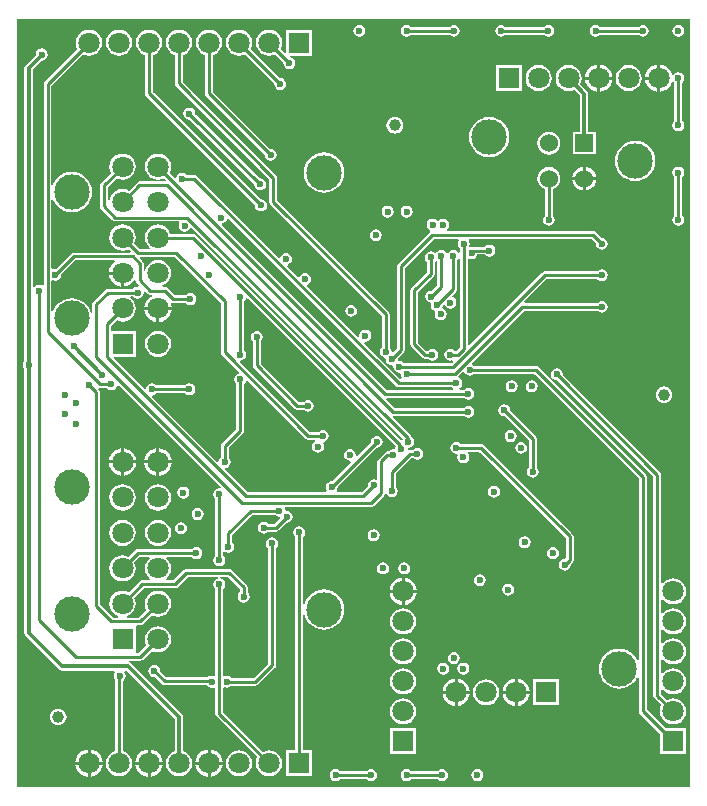
<source format=gbl>
G04*
G04 #@! TF.GenerationSoftware,Altium Limited,Altium Designer,20.2.6 (244)*
G04*
G04 Layer_Physical_Order=4*
G04 Layer_Color=16711680*
%FSLAX25Y25*%
%MOIN*%
G70*
G04*
G04 #@! TF.SameCoordinates,23E3F134-E155-4AF0-B130-1C61D597126F*
G04*
G04*
G04 #@! TF.FilePolarity,Positive*
G04*
G01*
G75*
%ADD13C,0.00984*%
%ADD16C,0.01181*%
%ADD52C,0.03937*%
%ADD53C,0.07087*%
%ADD54R,0.07087X0.07087*%
%ADD55R,0.07087X0.07087*%
%ADD56C,0.11811*%
%ADD57C,0.06024*%
%ADD58R,0.06024X0.06024*%
%ADD59C,0.02362*%
G36*
X224410Y0D02*
X0D01*
Y255906D01*
X224410D01*
Y0D01*
D02*
G37*
%LPC*%
G36*
X208661Y253976D02*
X207893Y253823D01*
X207242Y253388D01*
X207166Y253273D01*
X194409D01*
X194333Y253388D01*
X193682Y253823D01*
X192913Y253976D01*
X192145Y253823D01*
X191494Y253388D01*
X191059Y252737D01*
X190906Y251969D01*
X191059Y251200D01*
X191494Y250549D01*
X192145Y250114D01*
X192913Y249961D01*
X193682Y250114D01*
X194333Y250549D01*
X194409Y250664D01*
X207166D01*
X207242Y250549D01*
X207893Y250114D01*
X208661Y249961D01*
X209430Y250114D01*
X210081Y250549D01*
X210516Y251200D01*
X210668Y251969D01*
X210516Y252737D01*
X210081Y253388D01*
X209430Y253823D01*
X208661Y253976D01*
D02*
G37*
G36*
X177165D02*
X176397Y253823D01*
X175746Y253388D01*
X175670Y253273D01*
X162913D01*
X162837Y253388D01*
X162185Y253823D01*
X161417Y253976D01*
X160649Y253823D01*
X159998Y253388D01*
X159563Y252737D01*
X159410Y251969D01*
X159563Y251200D01*
X159998Y250549D01*
X160649Y250114D01*
X161417Y249961D01*
X162185Y250114D01*
X162837Y250549D01*
X162913Y250664D01*
X175670D01*
X175746Y250549D01*
X176397Y250114D01*
X177165Y249961D01*
X177933Y250114D01*
X178585Y250549D01*
X179020Y251200D01*
X179172Y251969D01*
X179020Y252737D01*
X178585Y253388D01*
X177933Y253823D01*
X177165Y253976D01*
D02*
G37*
G36*
X145669D02*
X144901Y253823D01*
X144250Y253388D01*
X144174Y253273D01*
X131417D01*
X131341Y253388D01*
X130689Y253823D01*
X129921Y253976D01*
X129153Y253823D01*
X128502Y253388D01*
X128067Y252737D01*
X127914Y251969D01*
X128067Y251200D01*
X128502Y250549D01*
X129153Y250114D01*
X129921Y249961D01*
X130689Y250114D01*
X131341Y250549D01*
X131417Y250664D01*
X144174D01*
X144250Y250549D01*
X144901Y250114D01*
X145669Y249961D01*
X146437Y250114D01*
X147089Y250549D01*
X147524Y251200D01*
X147676Y251969D01*
X147524Y252737D01*
X147089Y253388D01*
X146437Y253823D01*
X145669Y253976D01*
D02*
G37*
G36*
X220472D02*
X219704Y253823D01*
X219053Y253388D01*
X218618Y252737D01*
X218465Y251969D01*
X218618Y251200D01*
X219053Y250549D01*
X219704Y250114D01*
X220472Y249961D01*
X221240Y250114D01*
X221892Y250549D01*
X222327Y251200D01*
X222480Y251969D01*
X222327Y252737D01*
X221892Y253388D01*
X221240Y253823D01*
X220472Y253976D01*
D02*
G37*
G36*
X114173D02*
X113405Y253823D01*
X112754Y253388D01*
X112319Y252737D01*
X112166Y251969D01*
X112319Y251200D01*
X112754Y250549D01*
X113405Y250114D01*
X114173Y249961D01*
X114941Y250114D01*
X115593Y250549D01*
X116027Y251200D01*
X116180Y251969D01*
X116027Y252737D01*
X115593Y253388D01*
X114941Y253823D01*
X114173Y253976D01*
D02*
G37*
G36*
X34054Y252400D02*
X32923Y252251D01*
X31870Y251814D01*
X30965Y251120D01*
X30271Y250216D01*
X29835Y249162D01*
X29686Y248031D01*
X29835Y246901D01*
X30271Y245848D01*
X30965Y244943D01*
X31870Y244249D01*
X32923Y243812D01*
X34054Y243663D01*
X35184Y243812D01*
X36238Y244249D01*
X37143Y244943D01*
X37837Y245848D01*
X38273Y246901D01*
X38422Y248031D01*
X38273Y249162D01*
X37837Y250216D01*
X37143Y251120D01*
X36238Y251814D01*
X35184Y252251D01*
X34054Y252400D01*
D02*
G37*
G36*
X54053Y252400D02*
X52923Y252251D01*
X51869Y251815D01*
X50965Y251120D01*
X50270Y250216D01*
X49834Y249162D01*
X49685Y248032D01*
X49834Y246901D01*
X50270Y245848D01*
X50965Y244943D01*
X51869Y244249D01*
X52695Y243907D01*
Y234500D01*
X52795Y234001D01*
X53078Y233577D01*
X84128Y202526D01*
Y195047D01*
X84228Y194548D01*
X84511Y194125D01*
X121695Y156940D01*
Y146496D01*
X121581Y146419D01*
X121146Y145768D01*
X120993Y145000D01*
X121146Y144232D01*
X121581Y143581D01*
X122232Y143146D01*
X122597Y143073D01*
X122997Y142521D01*
X122993Y142500D01*
X123146Y141732D01*
X123581Y141081D01*
X124232Y140646D01*
X125000Y140493D01*
X125174Y140527D01*
X125528Y140174D01*
X125493Y140000D01*
X125646Y139232D01*
X126081Y138581D01*
X126732Y138146D01*
X127500Y137993D01*
X127674Y138028D01*
X128027Y137674D01*
X127993Y137500D01*
X128146Y136732D01*
X128322Y136468D01*
X128082Y135982D01*
X127713Y135943D01*
X115689Y147967D01*
X115935Y148428D01*
X116142Y148387D01*
X116910Y148539D01*
X117561Y148975D01*
X117996Y149626D01*
X118149Y150394D01*
X117996Y151162D01*
X117561Y151813D01*
X116910Y152248D01*
X116142Y152401D01*
X115374Y152248D01*
X114723Y151813D01*
X114287Y151162D01*
X114135Y150394D01*
X114176Y150187D01*
X113715Y149941D01*
X96689Y166967D01*
X96762Y167209D01*
X96888Y167475D01*
X97482Y167872D01*
X97917Y168523D01*
X98070Y169291D01*
X97917Y170059D01*
X97482Y170711D01*
X96831Y171146D01*
X96063Y171298D01*
X95295Y171146D01*
X94644Y170711D01*
X94247Y170116D01*
X93980Y169990D01*
X93739Y169917D01*
X90118Y173538D01*
X90283Y174080D01*
X90532Y174130D01*
X91183Y174565D01*
X91618Y175216D01*
X91771Y175984D01*
X91618Y176752D01*
X91183Y177403D01*
X90532Y177839D01*
X89764Y177991D01*
X88996Y177839D01*
X88345Y177403D01*
X87910Y176752D01*
X87860Y176503D01*
X87317Y176339D01*
X59978Y203678D01*
X59554Y203961D01*
X59055Y204061D01*
X56614D01*
X56537Y204175D01*
X55886Y204610D01*
X55118Y204763D01*
X54350Y204610D01*
X53699Y204175D01*
X53264Y203524D01*
X53182Y203111D01*
X52639Y202946D01*
X50902Y204683D01*
X51266Y205562D01*
X51415Y206693D01*
X51266Y207823D01*
X50830Y208877D01*
X50136Y209782D01*
X49231Y210476D01*
X48178Y210912D01*
X47047Y211061D01*
X45917Y210912D01*
X44863Y210476D01*
X43959Y209782D01*
X43264Y208877D01*
X42828Y207823D01*
X42679Y206693D01*
X42828Y205562D01*
X43264Y204509D01*
X43959Y203604D01*
X44863Y202910D01*
X45917Y202474D01*
X47047Y202325D01*
X48178Y202474D01*
X49057Y202838D01*
X49591Y202305D01*
X49384Y201805D01*
X40854D01*
X40355Y201705D01*
X39932Y201423D01*
X37246Y198737D01*
X36367Y199101D01*
X35236Y199250D01*
X34106Y199101D01*
X33052Y198665D01*
X32147Y197971D01*
X31453Y197066D01*
X31017Y196012D01*
X30868Y194882D01*
X30919Y194493D01*
X30453Y194205D01*
X30305Y194306D01*
Y199916D01*
X33226Y202838D01*
X34106Y202474D01*
X35236Y202325D01*
X36367Y202474D01*
X37420Y202910D01*
X38325Y203604D01*
X39019Y204509D01*
X39456Y205562D01*
X39604Y206693D01*
X39456Y207823D01*
X39019Y208877D01*
X38325Y209782D01*
X37420Y210476D01*
X36367Y210912D01*
X35236Y211061D01*
X34106Y210912D01*
X33052Y210476D01*
X32147Y209782D01*
X31453Y208877D01*
X31017Y207823D01*
X30868Y206693D01*
X31017Y205562D01*
X31381Y204683D01*
X28078Y201379D01*
X27795Y200956D01*
X27695Y200457D01*
Y193500D01*
X27795Y193001D01*
X28078Y192578D01*
X31814Y188841D01*
X32237Y188558D01*
X32736Y188459D01*
X53906D01*
X54174Y187959D01*
X54051Y187776D01*
X53898Y187008D01*
X54051Y186240D01*
X54486Y185589D01*
X55137Y185154D01*
X55905Y185001D01*
X56674Y185154D01*
X57325Y185589D01*
X57739Y186209D01*
X57824Y186284D01*
X58244Y186411D01*
X128599Y116056D01*
X128505Y115752D01*
X127968Y115609D01*
X59584Y183993D01*
X59161Y184276D01*
X58661Y184376D01*
X51194D01*
X50830Y185255D01*
X50136Y186160D01*
X49231Y186854D01*
X48178Y187290D01*
X47047Y187439D01*
X45917Y187290D01*
X44863Y186854D01*
X43959Y186160D01*
X43264Y185255D01*
X42828Y184201D01*
X42679Y183071D01*
X42828Y181940D01*
X43264Y180887D01*
X43959Y179982D01*
X44252Y179757D01*
X44082Y179257D01*
X40895D01*
X39091Y181061D01*
X39456Y181940D01*
X39604Y183071D01*
X39456Y184201D01*
X39019Y185255D01*
X38325Y186160D01*
X37420Y186854D01*
X36367Y187290D01*
X35236Y187439D01*
X34106Y187290D01*
X33052Y186854D01*
X32147Y186160D01*
X31453Y185255D01*
X31017Y184201D01*
X30868Y183071D01*
X31017Y181940D01*
X31453Y180887D01*
X32147Y179982D01*
X33052Y179288D01*
X34106Y178852D01*
X35236Y178703D01*
X36367Y178852D01*
X37246Y179216D01*
X37924Y178538D01*
X37733Y178076D01*
X18898D01*
X18398Y177977D01*
X17975Y177694D01*
X12931Y172650D01*
X12795Y172676D01*
X12041Y172526D01*
X11951Y172512D01*
X11541Y172796D01*
Y195755D01*
X12041Y195829D01*
X12094Y195655D01*
X12715Y194492D01*
X13552Y193473D01*
X14571Y192637D01*
X15733Y192015D01*
X16995Y191632D01*
X18307Y191503D01*
X19619Y191632D01*
X20881Y192015D01*
X22043Y192637D01*
X23063Y193473D01*
X23899Y194492D01*
X24521Y195655D01*
X24903Y196916D01*
X25032Y198228D01*
X24903Y199540D01*
X24521Y200802D01*
X23899Y201965D01*
X23063Y202984D01*
X22043Y203820D01*
X20881Y204442D01*
X19619Y204824D01*
X18307Y204954D01*
X16995Y204824D01*
X15733Y204442D01*
X14571Y203820D01*
X13552Y202984D01*
X12715Y201965D01*
X12094Y200802D01*
X12041Y200627D01*
X11541Y200702D01*
Y233674D01*
X22044Y244177D01*
X22923Y243812D01*
X24054Y243663D01*
X25184Y243812D01*
X26238Y244249D01*
X27143Y244943D01*
X27837Y245848D01*
X28273Y246901D01*
X28422Y248031D01*
X28273Y249162D01*
X27837Y250216D01*
X27143Y251120D01*
X26238Y251814D01*
X25184Y252251D01*
X24054Y252400D01*
X22923Y252251D01*
X21870Y251814D01*
X20965Y251120D01*
X20271Y250216D01*
X19835Y249162D01*
X19686Y248031D01*
X19835Y246901D01*
X20199Y246022D01*
X9314Y235136D01*
X9031Y234713D01*
X8932Y234214D01*
Y167353D01*
X8432Y167086D01*
X8248Y167209D01*
X7480Y167361D01*
X6712Y167209D01*
X6061Y166773D01*
X5842Y166446D01*
X5342Y166597D01*
Y239182D01*
X8251Y242091D01*
X8268Y242087D01*
X9036Y242240D01*
X9687Y242675D01*
X10122Y243326D01*
X10275Y244094D01*
X10122Y244863D01*
X9687Y245514D01*
X9036Y245949D01*
X8268Y246102D01*
X7500Y245949D01*
X6848Y245514D01*
X6413Y244863D01*
X6261Y244094D01*
X6264Y244078D01*
X2944Y240757D01*
X2639Y240301D01*
X2532Y239764D01*
Y141980D01*
X2518Y141970D01*
X2083Y141319D01*
X1930Y140551D01*
X2083Y139783D01*
X2518Y139132D01*
X2532Y139122D01*
Y51181D01*
X2639Y50643D01*
X2944Y50188D01*
X13967Y39164D01*
X14423Y38860D01*
X14961Y38752D01*
X32488D01*
X32716Y38252D01*
X32398Y37776D01*
X32245Y37008D01*
X32398Y36240D01*
X32749Y35714D01*
Y12021D01*
X31870Y11657D01*
X30965Y10963D01*
X30271Y10058D01*
X29835Y9005D01*
X29686Y7874D01*
X29835Y6743D01*
X30271Y5690D01*
X30965Y4785D01*
X31870Y4091D01*
X32923Y3655D01*
X34054Y3506D01*
X35184Y3655D01*
X36238Y4091D01*
X37143Y4785D01*
X37837Y5690D01*
X38273Y6743D01*
X38422Y7874D01*
X38273Y9005D01*
X37837Y10058D01*
X37143Y10963D01*
X36238Y11657D01*
X35358Y12021D01*
Y35380D01*
X35671Y35589D01*
X36106Y36240D01*
X36259Y37008D01*
X36106Y37776D01*
X35814Y38214D01*
X36018Y38655D01*
X36476Y38702D01*
X52648Y22530D01*
Y11980D01*
X51869Y11657D01*
X50965Y10963D01*
X50270Y10058D01*
X49834Y9005D01*
X49685Y7874D01*
X49834Y6744D01*
X50270Y5690D01*
X50965Y4786D01*
X51869Y4092D01*
X52923Y3655D01*
X54053Y3506D01*
X55184Y3655D01*
X56237Y4092D01*
X57142Y4786D01*
X57836Y5690D01*
X58273Y6744D01*
X58421Y7874D01*
X58273Y9005D01*
X57836Y10058D01*
X57142Y10963D01*
X56237Y11657D01*
X55458Y11980D01*
Y23112D01*
X55351Y23650D01*
X55047Y24105D01*
X38001Y41151D01*
X37545Y41456D01*
X37309Y41502D01*
X37358Y42002D01*
X41142D01*
X41641Y42102D01*
X42064Y42385D01*
X45037Y45358D01*
X45917Y44993D01*
X47047Y44844D01*
X48178Y44993D01*
X49231Y45430D01*
X50136Y46124D01*
X50830Y47029D01*
X51267Y48082D01*
X51415Y49213D01*
X51267Y50343D01*
X50830Y51397D01*
X50136Y52301D01*
X49231Y52996D01*
X48178Y53432D01*
X47047Y53581D01*
X45917Y53432D01*
X44863Y52996D01*
X43959Y52301D01*
X43265Y51397D01*
X42828Y50343D01*
X42679Y49213D01*
X42828Y48082D01*
X43192Y47203D01*
X40602Y44612D01*
X39955D01*
X39567Y44882D01*
X39567Y45112D01*
Y53313D01*
X39567Y53543D01*
X39955Y53813D01*
X41142D01*
X41641Y53913D01*
X42064Y54196D01*
X45037Y57169D01*
X45917Y56804D01*
X47047Y56656D01*
X48178Y56804D01*
X49231Y57241D01*
X50136Y57935D01*
X50830Y58840D01*
X51267Y59893D01*
X51415Y61024D01*
X51267Y62154D01*
X50830Y63208D01*
X50136Y64112D01*
X49231Y64806D01*
X48178Y65243D01*
X47047Y65392D01*
X45917Y65243D01*
X44863Y64806D01*
X43959Y64112D01*
X43265Y63208D01*
X42828Y62154D01*
X42679Y61024D01*
X42828Y59893D01*
X43192Y59014D01*
X40602Y56423D01*
X36752D01*
X36653Y56923D01*
X37420Y57241D01*
X38325Y57935D01*
X39019Y58840D01*
X39456Y59893D01*
X39604Y61024D01*
X39456Y62154D01*
X39091Y63034D01*
X42253Y66195D01*
X52756D01*
X53255Y66295D01*
X53678Y66578D01*
X57056Y69955D01*
X67190D01*
X67239Y69455D01*
X66732Y69354D01*
X66081Y68919D01*
X65646Y68268D01*
X65493Y67500D01*
X65646Y66732D01*
X66081Y66081D01*
X66195Y66004D01*
Y37112D01*
X65805Y36904D01*
X65695Y36900D01*
X64961Y37046D01*
X64193Y36894D01*
X63541Y36459D01*
X63531Y36443D01*
X49852D01*
X47823Y38471D01*
X47850Y38606D01*
X47697Y39374D01*
X47262Y40025D01*
X46611Y40461D01*
X45843Y40613D01*
X45075Y40461D01*
X44423Y40025D01*
X43988Y39374D01*
X43836Y38606D01*
X43988Y37838D01*
X44423Y37187D01*
X45075Y36752D01*
X45843Y36599D01*
X45978Y36626D01*
X48389Y34215D01*
X48812Y33933D01*
X49311Y33833D01*
X63399D01*
X63541Y33620D01*
X64193Y33185D01*
X64961Y33032D01*
X65695Y33178D01*
X65805Y33175D01*
X66195Y32967D01*
Y24428D01*
X66295Y23928D01*
X66578Y23505D01*
X80199Y9884D01*
X79835Y9004D01*
X79686Y7874D01*
X79835Y6743D01*
X80271Y5690D01*
X80965Y4785D01*
X81870Y4091D01*
X82923Y3655D01*
X84054Y3506D01*
X85185Y3655D01*
X86238Y4091D01*
X87143Y4785D01*
X87837Y5690D01*
X88273Y6743D01*
X88422Y7874D01*
X88273Y9004D01*
X87837Y10058D01*
X87143Y10962D01*
X86238Y11657D01*
X85185Y12093D01*
X84054Y12242D01*
X82923Y12093D01*
X82044Y11729D01*
X68805Y24968D01*
Y32993D01*
X69246Y33229D01*
X69311Y33185D01*
X70079Y33032D01*
X70847Y33185D01*
X71498Y33620D01*
X71574Y33735D01*
X79528D01*
X80027Y33834D01*
X80450Y34117D01*
X85962Y39629D01*
X86245Y40052D01*
X86344Y40551D01*
Y79607D01*
X86459Y79683D01*
X86894Y80334D01*
X87046Y81102D01*
X86894Y81870D01*
X86459Y82522D01*
X85807Y82957D01*
X85039Y83109D01*
X84271Y82957D01*
X83620Y82522D01*
X83185Y81870D01*
X83032Y81102D01*
X83185Y80334D01*
X83620Y79683D01*
X83735Y79607D01*
Y41092D01*
X78987Y36344D01*
X71574D01*
X71498Y36459D01*
X70847Y36894D01*
X70079Y37046D01*
X69311Y36894D01*
X69246Y36850D01*
X68805Y37086D01*
Y66004D01*
X68919Y66081D01*
X69354Y66732D01*
X69507Y67500D01*
X69354Y68268D01*
X68919Y68919D01*
X68268Y69354D01*
X67760Y69455D01*
X67810Y69955D01*
X70326D01*
X74286Y65995D01*
Y64882D01*
X74171Y64805D01*
X73736Y64154D01*
X73584Y63386D01*
X73736Y62618D01*
X74171Y61967D01*
X74822Y61532D01*
X75590Y61379D01*
X76359Y61532D01*
X77010Y61967D01*
X77445Y62618D01*
X77598Y63386D01*
X77445Y64154D01*
X77010Y64805D01*
X76895Y64882D01*
Y66535D01*
X76796Y67035D01*
X76513Y67458D01*
X71789Y72182D01*
X71365Y72465D01*
X70866Y72564D01*
X56516D01*
X56016Y72465D01*
X55593Y72182D01*
X52215Y68805D01*
X49731D01*
X49561Y69305D01*
X50136Y69746D01*
X50830Y70651D01*
X51267Y71704D01*
X51415Y72835D01*
X51267Y73965D01*
X50830Y75019D01*
X50136Y75923D01*
X49843Y76148D01*
X50013Y76648D01*
X58347D01*
X58423Y76534D01*
X59074Y76099D01*
X59842Y75946D01*
X60611Y76099D01*
X61262Y76534D01*
X61697Y77185D01*
X61850Y77953D01*
X61697Y78721D01*
X61262Y79372D01*
X60611Y79807D01*
X59842Y79960D01*
X59074Y79807D01*
X58423Y79372D01*
X58347Y79257D01*
X40355D01*
X39855Y79158D01*
X39432Y78875D01*
X37246Y76690D01*
X36367Y77054D01*
X35236Y77203D01*
X34106Y77054D01*
X33052Y76617D01*
X32148Y75923D01*
X31454Y75019D01*
X31017Y73965D01*
X30868Y72835D01*
X31017Y71704D01*
X31454Y70651D01*
X32148Y69746D01*
X33052Y69052D01*
X34106Y68615D01*
X35236Y68467D01*
X36367Y68615D01*
X37420Y69052D01*
X38325Y69746D01*
X39019Y70651D01*
X39456Y71704D01*
X39604Y72835D01*
X39456Y73965D01*
X39091Y74845D01*
X40895Y76648D01*
X44082D01*
X44252Y76148D01*
X43959Y75923D01*
X43265Y75019D01*
X42828Y73965D01*
X42679Y72835D01*
X42828Y71704D01*
X43265Y70651D01*
X43959Y69746D01*
X44534Y69305D01*
X44364Y68805D01*
X41713D01*
X41214Y68705D01*
X40790Y68423D01*
X37246Y64879D01*
X36367Y65243D01*
X35236Y65392D01*
X34106Y65243D01*
X33052Y64806D01*
X32148Y64112D01*
X31454Y63208D01*
X31017Y62154D01*
X30868Y61024D01*
X31017Y59893D01*
X31454Y58840D01*
X32148Y57935D01*
X33052Y57241D01*
X33820Y56923D01*
X33721Y56423D01*
X32036D01*
X27683Y60777D01*
Y131496D01*
X27583Y131995D01*
X27300Y132419D01*
X27213Y132507D01*
X27459Y132967D01*
X27559Y132947D01*
X30000D01*
X30077Y132833D01*
X30728Y132398D01*
X31496Y132245D01*
X32264Y132398D01*
X32915Y132833D01*
X33350Y133484D01*
X33400Y133733D01*
X33942Y133898D01*
X67904Y99937D01*
X67657Y99476D01*
X67500Y99507D01*
X66732Y99354D01*
X66081Y98919D01*
X65646Y98268D01*
X65493Y97500D01*
X65646Y96732D01*
X66081Y96081D01*
X66195Y96004D01*
Y76996D01*
X66081Y76919D01*
X65646Y76268D01*
X65493Y75500D01*
X65646Y74732D01*
X66081Y74081D01*
X66732Y73646D01*
X67500Y73493D01*
X68268Y73646D01*
X68919Y74081D01*
X69354Y74732D01*
X69507Y75500D01*
X69354Y76268D01*
X68919Y76919D01*
X68805Y76996D01*
Y78164D01*
X69305Y78431D01*
X69732Y78146D01*
X70500Y77993D01*
X71268Y78146D01*
X71919Y78581D01*
X72354Y79232D01*
X72507Y80000D01*
X72354Y80768D01*
X71919Y81419D01*
X71805Y81496D01*
Y83960D01*
X78540Y90695D01*
X86004D01*
X86081Y90581D01*
X86732Y90146D01*
X87451Y90003D01*
X87561Y89824D01*
X87673Y89517D01*
X85824Y87669D01*
X83860D01*
X83783Y87783D01*
X83132Y88218D01*
X82364Y88371D01*
X81596Y88218D01*
X80945Y87783D01*
X80510Y87132D01*
X80357Y86364D01*
X80510Y85596D01*
X80945Y84945D01*
X81596Y84510D01*
X82364Y84357D01*
X83132Y84510D01*
X83783Y84945D01*
X83860Y85060D01*
X86364D01*
X86863Y85159D01*
X87287Y85442D01*
X89865Y88020D01*
X90000Y87993D01*
X90768Y88146D01*
X91419Y88581D01*
X91854Y89232D01*
X92007Y90000D01*
X91854Y90768D01*
X91419Y91419D01*
X90768Y91854D01*
X90000Y92007D01*
X89979Y92003D01*
X89427Y92403D01*
X89369Y92695D01*
X89544Y93123D01*
X89583Y93195D01*
X118000D01*
X118499Y93295D01*
X118922Y93577D01*
X122423Y97078D01*
X122705Y97501D01*
X122713Y97540D01*
X123235Y97599D01*
X123581Y97081D01*
X124232Y96646D01*
X125000Y96493D01*
X125768Y96646D01*
X126419Y97081D01*
X126854Y97732D01*
X127007Y98500D01*
X126854Y99268D01*
X126419Y99919D01*
X126305Y99996D01*
Y104381D01*
X131547Y109624D01*
X132075Y109589D01*
X132081Y109581D01*
X132732Y109146D01*
X133500Y108993D01*
X134268Y109146D01*
X134919Y109581D01*
X135354Y110232D01*
X135507Y111000D01*
X135354Y111768D01*
X134919Y112419D01*
X134268Y112854D01*
X133500Y113007D01*
X132732Y112854D01*
X132081Y112419D01*
X132004Y112305D01*
X131079D01*
X130737Y112237D01*
X130320Y112487D01*
X130251Y112563D01*
X130500Y112993D01*
X131268Y113146D01*
X131919Y113581D01*
X132354Y114232D01*
X132507Y115000D01*
X132354Y115768D01*
X131919Y116419D01*
X131517Y116688D01*
X131234Y117111D01*
X125075Y123270D01*
X125321Y123731D01*
X125500Y123695D01*
X149004D01*
X149081Y123581D01*
X149732Y123146D01*
X150500Y122993D01*
X151268Y123146D01*
X151919Y123581D01*
X152354Y124232D01*
X152507Y125000D01*
X152354Y125768D01*
X151919Y126419D01*
X151268Y126854D01*
X150500Y127007D01*
X149732Y126854D01*
X149081Y126419D01*
X149004Y126305D01*
X126040D01*
X123150Y129195D01*
X123357Y129695D01*
X149004D01*
X149081Y129581D01*
X149732Y129146D01*
X150500Y128993D01*
X151268Y129146D01*
X151919Y129581D01*
X152354Y130232D01*
X152507Y131000D01*
X152354Y131768D01*
X151919Y132419D01*
X151268Y132854D01*
X150500Y133007D01*
X149732Y132854D01*
X149081Y132419D01*
X149004Y132305D01*
X147658D01*
X147506Y132805D01*
X147919Y133081D01*
X148354Y133732D01*
X148507Y134500D01*
X148354Y135268D01*
X147919Y135919D01*
X147351Y136299D01*
X147238Y136671D01*
X147219Y136874D01*
X148659Y138313D01*
X149201Y138149D01*
X149581Y137581D01*
X150232Y137146D01*
X151000Y136993D01*
X151768Y137146D01*
X152419Y137581D01*
X152496Y137695D01*
X172460D01*
X207357Y102798D01*
Y42338D01*
X206857Y42213D01*
X206379Y43106D01*
X205543Y44126D01*
X204524Y44962D01*
X203361Y45583D01*
X202099Y45966D01*
X200787Y46095D01*
X199475Y45966D01*
X198214Y45583D01*
X197051Y44962D01*
X196032Y44126D01*
X195195Y43106D01*
X194574Y41944D01*
X194191Y40682D01*
X194062Y39370D01*
X194191Y38058D01*
X194574Y36796D01*
X195195Y35634D01*
X196032Y34615D01*
X197051Y33778D01*
X198214Y33157D01*
X199475Y32774D01*
X200787Y32645D01*
X202099Y32774D01*
X203361Y33157D01*
X204524Y33778D01*
X205543Y34615D01*
X206379Y35634D01*
X206857Y36527D01*
X207357Y36402D01*
Y25236D01*
X207456Y24737D01*
X207739Y24314D01*
X214410Y17643D01*
Y10827D01*
X223071D01*
Y19488D01*
X216255D01*
X209966Y25777D01*
Y103339D01*
X209867Y103838D01*
X209584Y104261D01*
X173923Y139922D01*
X173499Y140205D01*
X173000Y140305D01*
X152496D01*
X152419Y140419D01*
X151851Y140799D01*
X151687Y141341D01*
X169040Y158695D01*
X193504D01*
X193581Y158581D01*
X194232Y158146D01*
X195000Y157993D01*
X195768Y158146D01*
X196419Y158581D01*
X196854Y159232D01*
X197007Y160000D01*
X196854Y160768D01*
X196419Y161419D01*
X195768Y161854D01*
X195000Y162007D01*
X194232Y161854D01*
X193581Y161419D01*
X193504Y161305D01*
X169303D01*
X169112Y161767D01*
X176540Y169195D01*
X193504D01*
X193581Y169081D01*
X194232Y168646D01*
X195000Y168493D01*
X195768Y168646D01*
X196419Y169081D01*
X196854Y169732D01*
X197007Y170500D01*
X196854Y171268D01*
X196419Y171919D01*
X195768Y172354D01*
X195000Y172507D01*
X194232Y172354D01*
X193581Y171919D01*
X193504Y171805D01*
X176000D01*
X175501Y171705D01*
X175077Y171423D01*
X150767Y147111D01*
X150305Y147303D01*
Y175904D01*
X150746Y176139D01*
X150807Y176099D01*
X151575Y175946D01*
X152343Y176099D01*
X152994Y176533D01*
X153429Y177185D01*
X153479Y177436D01*
X155984D01*
X156061Y177321D01*
X156712Y176886D01*
X157480Y176733D01*
X158248Y176886D01*
X158899Y177321D01*
X159335Y177972D01*
X159487Y178740D01*
X159335Y179508D01*
X158899Y180159D01*
X158248Y180595D01*
X157480Y180747D01*
X156712Y180595D01*
X156061Y180159D01*
X155984Y180045D01*
X152629D01*
X152129Y179945D01*
X152019Y179871D01*
X151575Y179960D01*
X151228Y179891D01*
X151074Y180031D01*
X150874Y180330D01*
X151007Y181000D01*
X150854Y181768D01*
X150569Y182195D01*
X150836Y182695D01*
X191460D01*
X193020Y181135D01*
X192993Y181000D01*
X193146Y180232D01*
X193581Y179581D01*
X194232Y179146D01*
X195000Y178993D01*
X195768Y179146D01*
X196419Y179581D01*
X196854Y180232D01*
X197007Y181000D01*
X196854Y181768D01*
X196419Y182419D01*
X195768Y182854D01*
X195000Y183007D01*
X194865Y182980D01*
X192922Y184923D01*
X192499Y185205D01*
X192000Y185305D01*
X143431D01*
X143279Y185805D01*
X143545Y185982D01*
X143980Y186634D01*
X144133Y187402D01*
X143980Y188170D01*
X143545Y188821D01*
X142894Y189256D01*
X142126Y189409D01*
X141358Y189256D01*
X140707Y188821D01*
X140604Y188668D01*
X140104D01*
X140002Y188821D01*
X139351Y189256D01*
X138583Y189409D01*
X137815Y189256D01*
X137163Y188821D01*
X136728Y188170D01*
X136576Y187402D01*
X136728Y186634D01*
X137163Y185982D01*
X137714Y185615D01*
X137783Y185227D01*
X137765Y185047D01*
X137577Y184923D01*
X127077Y174423D01*
X126795Y173999D01*
X126695Y173500D01*
Y146040D01*
X125483Y144827D01*
X125176Y144939D01*
X124997Y145049D01*
X124854Y145768D01*
X124419Y146419D01*
X124305Y146496D01*
Y157480D01*
X124205Y157980D01*
X123923Y158403D01*
X86738Y195588D01*
Y203067D01*
X86638Y203566D01*
X86356Y203989D01*
X55305Y235040D01*
Y243863D01*
X56237Y244249D01*
X57142Y244943D01*
X57836Y245848D01*
X58273Y246901D01*
X58421Y248032D01*
X58273Y249162D01*
X57836Y250216D01*
X57142Y251120D01*
X56237Y251815D01*
X55184Y252251D01*
X54053Y252400D01*
D02*
G37*
G36*
X84054Y252399D02*
X82923Y252250D01*
X81870Y251814D01*
X80965Y251120D01*
X80271Y250215D01*
X79835Y249162D01*
X79686Y248031D01*
X79835Y246901D01*
X80271Y245847D01*
X80965Y244942D01*
X81870Y244248D01*
X82923Y243812D01*
X84054Y243663D01*
X85185Y243812D01*
X86064Y244176D01*
X88866Y241375D01*
X88839Y241239D01*
X88991Y240471D01*
X89426Y239820D01*
X90078Y239385D01*
X90846Y239232D01*
X91614Y239385D01*
X92265Y239820D01*
X92700Y240471D01*
X92853Y241239D01*
X92700Y242007D01*
X92265Y242659D01*
X91614Y243094D01*
X91077Y243200D01*
X91126Y243701D01*
X98385D01*
Y252362D01*
X89723D01*
Y244860D01*
X89261Y244669D01*
X87909Y246021D01*
X88273Y246901D01*
X88422Y248031D01*
X88273Y249162D01*
X87837Y250215D01*
X87143Y251120D01*
X86238Y251814D01*
X85185Y252250D01*
X84054Y252399D01*
D02*
G37*
G36*
X194476Y240738D02*
Y236721D01*
X198493D01*
X198403Y237407D01*
X197945Y238512D01*
X197216Y239461D01*
X196267Y240189D01*
X195162Y240647D01*
X194476Y240738D01*
D02*
G37*
G36*
X193476D02*
X192790Y240647D01*
X191685Y240189D01*
X190736Y239461D01*
X190008Y238512D01*
X189550Y237407D01*
X189460Y236721D01*
X193476D01*
Y240738D01*
D02*
G37*
G36*
X213476Y240737D02*
X212790Y240647D01*
X211685Y240189D01*
X210736Y239461D01*
X210008Y238512D01*
X209550Y237406D01*
X209460Y236720D01*
X213476D01*
Y240737D01*
D02*
G37*
G36*
X74054Y252399D02*
X72923Y252250D01*
X71870Y251814D01*
X70965Y251120D01*
X70271Y250215D01*
X69835Y249162D01*
X69686Y248031D01*
X69835Y246901D01*
X70271Y245847D01*
X70965Y244942D01*
X71870Y244248D01*
X72923Y243812D01*
X74054Y243663D01*
X75185Y243812D01*
X76064Y244176D01*
X85821Y234419D01*
X85788Y234252D01*
X85941Y233484D01*
X86376Y232833D01*
X87027Y232398D01*
X87795Y232245D01*
X88563Y232398D01*
X89214Y232833D01*
X89650Y233484D01*
X89802Y234252D01*
X89650Y235020D01*
X89214Y235671D01*
X88563Y236106D01*
X87795Y236259D01*
X87692Y236238D01*
X77909Y246021D01*
X78273Y246901D01*
X78422Y248031D01*
X78273Y249162D01*
X77837Y250215D01*
X77143Y251120D01*
X76238Y251814D01*
X75185Y252250D01*
X74054Y252399D01*
D02*
G37*
G36*
X168307Y240551D02*
X159645D01*
Y231890D01*
X168307D01*
Y240551D01*
D02*
G37*
G36*
X173976Y240589D02*
X172846Y240440D01*
X171792Y240004D01*
X170887Y239310D01*
X170193Y238405D01*
X169757Y237351D01*
X169608Y236221D01*
X169757Y235090D01*
X170193Y234037D01*
X170887Y233132D01*
X171792Y232438D01*
X172846Y232002D01*
X173976Y231853D01*
X175107Y232002D01*
X176160Y232438D01*
X177065Y233132D01*
X177759Y234037D01*
X178196Y235090D01*
X178344Y236221D01*
X178196Y237351D01*
X177759Y238405D01*
X177065Y239310D01*
X176160Y240004D01*
X175107Y240440D01*
X173976Y240589D01*
D02*
G37*
G36*
X203977Y240588D02*
X202846Y240439D01*
X201793Y240003D01*
X200888Y239309D01*
X200194Y238404D01*
X199758Y237351D01*
X199609Y236220D01*
X199758Y235090D01*
X200194Y234036D01*
X200888Y233132D01*
X201793Y232437D01*
X202846Y232001D01*
X203977Y231852D01*
X205107Y232001D01*
X206161Y232437D01*
X207066Y233132D01*
X207760Y234036D01*
X208196Y235090D01*
X208345Y236220D01*
X208196Y237351D01*
X207760Y238404D01*
X207066Y239309D01*
X206161Y240003D01*
X205107Y240439D01*
X203977Y240588D01*
D02*
G37*
G36*
X198493Y235721D02*
X194476D01*
Y231704D01*
X195162Y231794D01*
X196267Y232252D01*
X197216Y232980D01*
X197945Y233929D01*
X198403Y235035D01*
X198493Y235721D01*
D02*
G37*
G36*
X193476D02*
X189460D01*
X189550Y235035D01*
X190008Y233929D01*
X190736Y232980D01*
X191685Y232252D01*
X192790Y231794D01*
X193476Y231704D01*
Y235721D01*
D02*
G37*
G36*
X213476Y235720D02*
X209460D01*
X209550Y235034D01*
X210008Y233929D01*
X210736Y232980D01*
X211685Y232252D01*
X212790Y231794D01*
X213476Y231704D01*
Y235720D01*
D02*
G37*
G36*
X214476Y240737D02*
Y236221D01*
Y231704D01*
X215163Y231794D01*
X216268Y232252D01*
X217217Y232980D01*
X217945Y233929D01*
X218362Y234936D01*
X218676Y235028D01*
X218906Y235022D01*
X219053Y234801D01*
X219168Y234725D01*
Y221968D01*
X219053Y221892D01*
X218618Y221240D01*
X218465Y220472D01*
X218618Y219704D01*
X219053Y219053D01*
X219704Y218618D01*
X220472Y218465D01*
X221240Y218618D01*
X221892Y219053D01*
X222327Y219704D01*
X222480Y220472D01*
X222327Y221240D01*
X221892Y221892D01*
X221777Y221968D01*
Y234725D01*
X221892Y234801D01*
X222327Y235452D01*
X222480Y236221D01*
X222327Y236988D01*
X221892Y237640D01*
X221240Y238075D01*
X220472Y238228D01*
X219704Y238075D01*
X219053Y237640D01*
X218906Y237419D01*
X218676Y237413D01*
X218362Y237505D01*
X217945Y238512D01*
X217217Y239461D01*
X216268Y240189D01*
X215163Y240647D01*
X214476Y240737D01*
D02*
G37*
G36*
X125984Y223252D02*
X125265Y223157D01*
X124594Y222880D01*
X124019Y222438D01*
X123577Y221862D01*
X123299Y221192D01*
X123205Y220472D01*
X123299Y219753D01*
X123577Y219083D01*
X124019Y218507D01*
X124594Y218065D01*
X125265Y217788D01*
X125984Y217693D01*
X126704Y217788D01*
X127374Y218065D01*
X127950Y218507D01*
X128392Y219083D01*
X128669Y219753D01*
X128764Y220472D01*
X128669Y221192D01*
X128392Y221862D01*
X127950Y222438D01*
X127374Y222880D01*
X126704Y223157D01*
X125984Y223252D01*
D02*
G37*
G36*
X183976Y240589D02*
X182846Y240440D01*
X181792Y240004D01*
X180887Y239310D01*
X180193Y238405D01*
X179757Y237351D01*
X179608Y236221D01*
X179757Y235090D01*
X180193Y234037D01*
X180887Y233132D01*
X181792Y232438D01*
X182846Y232002D01*
X183976Y231853D01*
X185107Y232002D01*
X185886Y232324D01*
X187729Y230481D01*
Y218366D01*
X185335D01*
Y210768D01*
X192933D01*
Y218366D01*
X190539D01*
Y231063D01*
X190432Y231601D01*
X190127Y232057D01*
X187873Y234311D01*
X188196Y235090D01*
X188344Y236221D01*
X188196Y237351D01*
X187759Y238405D01*
X187065Y239310D01*
X186160Y240004D01*
X185107Y240440D01*
X183976Y240589D01*
D02*
G37*
G36*
X177323Y218399D02*
X176331Y218268D01*
X175407Y217885D01*
X174613Y217277D01*
X174004Y216483D01*
X173621Y215559D01*
X173491Y214567D01*
X173621Y213575D01*
X174004Y212651D01*
X174613Y211857D01*
X175407Y211248D01*
X176331Y210865D01*
X177323Y210735D01*
X178315Y210865D01*
X179239Y211248D01*
X180033Y211857D01*
X180641Y212651D01*
X181024Y213575D01*
X181155Y214567D01*
X181024Y215559D01*
X180641Y216483D01*
X180033Y217277D01*
X179239Y217885D01*
X178315Y218268D01*
X177323Y218399D01*
D02*
G37*
G36*
X157480Y223261D02*
X156168Y223131D01*
X154907Y222749D01*
X153744Y222127D01*
X152725Y221291D01*
X151888Y220272D01*
X151267Y219109D01*
X150884Y217847D01*
X150755Y216535D01*
X150884Y215223D01*
X151267Y213962D01*
X151888Y212799D01*
X152725Y211780D01*
X153744Y210944D01*
X154907Y210322D01*
X156168Y209939D01*
X157480Y209810D01*
X158792Y209939D01*
X160054Y210322D01*
X161217Y210944D01*
X162236Y211780D01*
X163072Y212799D01*
X163694Y213962D01*
X164076Y215223D01*
X164206Y216535D01*
X164076Y217847D01*
X163694Y219109D01*
X163072Y220272D01*
X162236Y221291D01*
X161217Y222127D01*
X160054Y222749D01*
X158792Y223131D01*
X157480Y223261D01*
D02*
G37*
G36*
X64054Y252399D02*
X62923Y252250D01*
X61870Y251814D01*
X60965Y251120D01*
X60271Y250215D01*
X59835Y249162D01*
X59686Y248031D01*
X59835Y246901D01*
X60271Y245847D01*
X60965Y244942D01*
X61870Y244248D01*
X62749Y243884D01*
Y231222D01*
X62849Y230722D01*
X63131Y230299D01*
X82665Y210765D01*
X82639Y210630D01*
X82791Y209862D01*
X83227Y209211D01*
X83878Y208776D01*
X84646Y208623D01*
X85414Y208776D01*
X86065Y209211D01*
X86500Y209862D01*
X86653Y210630D01*
X86500Y211398D01*
X86065Y212049D01*
X85414Y212484D01*
X84646Y212637D01*
X84510Y212610D01*
X65359Y231762D01*
Y243884D01*
X66238Y244248D01*
X67143Y244942D01*
X67837Y245847D01*
X68273Y246901D01*
X68422Y248031D01*
X68273Y249162D01*
X67837Y250215D01*
X67143Y251120D01*
X66238Y251814D01*
X65184Y252250D01*
X64054Y252399D01*
D02*
G37*
G36*
X189634Y206736D02*
Y203256D01*
X193114D01*
X193042Y203803D01*
X192638Y204779D01*
X191995Y205617D01*
X191157Y206260D01*
X190181Y206664D01*
X189634Y206736D01*
D02*
G37*
G36*
X188634D02*
X188087Y206664D01*
X187111Y206260D01*
X186273Y205617D01*
X185629Y204779D01*
X185225Y203803D01*
X185153Y203256D01*
X188634D01*
Y206736D01*
D02*
G37*
G36*
X206142Y215387D02*
X204830Y215258D01*
X203568Y214875D01*
X202405Y214253D01*
X201386Y213417D01*
X200550Y212398D01*
X199928Y211235D01*
X199546Y209974D01*
X199416Y208661D01*
X199546Y207349D01*
X199928Y206088D01*
X200550Y204925D01*
X201386Y203906D01*
X202405Y203070D01*
X203568Y202448D01*
X204830Y202065D01*
X206142Y201936D01*
X207454Y202065D01*
X208715Y202448D01*
X209878Y203070D01*
X210897Y203906D01*
X211734Y204925D01*
X212355Y206088D01*
X212738Y207349D01*
X212867Y208661D01*
X212738Y209974D01*
X212355Y211235D01*
X211734Y212398D01*
X210897Y213417D01*
X209878Y214253D01*
X208715Y214875D01*
X207454Y215258D01*
X206142Y215387D01*
D02*
G37*
G36*
X57480Y226416D02*
X56712Y226264D01*
X56061Y225829D01*
X55626Y225178D01*
X55473Y224410D01*
X55626Y223641D01*
X56061Y222990D01*
X56712Y222555D01*
X57480Y222402D01*
X57616Y222429D01*
X79122Y200923D01*
X79095Y200787D01*
X79248Y200019D01*
X79683Y199368D01*
X80334Y198933D01*
X81102Y198780D01*
X81870Y198933D01*
X82522Y199368D01*
X82957Y200019D01*
X83109Y200787D01*
X82957Y201555D01*
X82522Y202207D01*
X81870Y202642D01*
X81102Y202795D01*
X80967Y202768D01*
X59461Y224274D01*
X59487Y224410D01*
X59335Y225178D01*
X58899Y225829D01*
X58248Y226264D01*
X57480Y226416D01*
D02*
G37*
G36*
X188634Y202256D02*
X185153D01*
X185225Y201709D01*
X185629Y200733D01*
X186273Y199895D01*
X187111Y199252D01*
X188087Y198847D01*
X188634Y198775D01*
Y202256D01*
D02*
G37*
G36*
X193114D02*
X189634D01*
Y198775D01*
X190181Y198847D01*
X191157Y199252D01*
X191995Y199895D01*
X192638Y200733D01*
X193042Y201709D01*
X193114Y202256D01*
D02*
G37*
G36*
X102362Y211450D02*
X101050Y211320D01*
X99788Y210938D01*
X98626Y210316D01*
X97607Y209480D01*
X96770Y208461D01*
X96149Y207298D01*
X95766Y206036D01*
X95637Y204724D01*
X95766Y203412D01*
X96149Y202151D01*
X96770Y200988D01*
X97607Y199969D01*
X98626Y199133D01*
X99788Y198511D01*
X101050Y198128D01*
X102362Y197999D01*
X103674Y198128D01*
X104936Y198511D01*
X106099Y199133D01*
X107118Y199969D01*
X107954Y200988D01*
X108576Y202151D01*
X108958Y203412D01*
X109088Y204724D01*
X108958Y206036D01*
X108576Y207298D01*
X107954Y208461D01*
X107118Y209480D01*
X106099Y210316D01*
X104936Y210938D01*
X103674Y211320D01*
X102362Y211450D01*
D02*
G37*
G36*
X44054Y252400D02*
X42923Y252251D01*
X41870Y251814D01*
X40965Y251120D01*
X40271Y250216D01*
X39834Y249162D01*
X39686Y248031D01*
X39834Y246901D01*
X40271Y245848D01*
X40965Y244943D01*
X41870Y244249D01*
X42749Y243884D01*
Y231143D01*
X42848Y230644D01*
X43131Y230221D01*
X79421Y193931D01*
X79394Y193796D01*
X79547Y193027D01*
X79982Y192376D01*
X80633Y191941D01*
X81401Y191788D01*
X82169Y191941D01*
X82820Y192376D01*
X83256Y193027D01*
X83408Y193796D01*
X83256Y194564D01*
X82820Y195215D01*
X82169Y195650D01*
X81401Y195803D01*
X81266Y195776D01*
X45358Y231684D01*
Y243884D01*
X46238Y244249D01*
X47142Y244943D01*
X47837Y245848D01*
X48273Y246901D01*
X48422Y248031D01*
X48273Y249162D01*
X47837Y250216D01*
X47142Y251120D01*
X46238Y251814D01*
X45184Y252251D01*
X44054Y252400D01*
D02*
G37*
G36*
X129921Y193739D02*
X129153Y193587D01*
X128502Y193151D01*
X128067Y192500D01*
X127914Y191732D01*
X128067Y190964D01*
X128502Y190313D01*
X129153Y189878D01*
X129921Y189725D01*
X130689Y189878D01*
X131341Y190313D01*
X131775Y190964D01*
X131928Y191732D01*
X131775Y192500D01*
X131341Y193151D01*
X130689Y193587D01*
X129921Y193739D01*
D02*
G37*
G36*
X123622D02*
X122854Y193587D01*
X122203Y193151D01*
X121768Y192500D01*
X121615Y191732D01*
X121768Y190964D01*
X122203Y190313D01*
X122854Y189878D01*
X123622Y189725D01*
X124390Y189878D01*
X125041Y190313D01*
X125476Y190964D01*
X125629Y191732D01*
X125476Y192500D01*
X125041Y193151D01*
X124390Y193587D01*
X123622Y193739D01*
D02*
G37*
G36*
X220472Y206732D02*
X219704Y206579D01*
X219053Y206144D01*
X218618Y205492D01*
X218465Y204724D01*
X218618Y203956D01*
X219053Y203305D01*
X219168Y203229D01*
Y190472D01*
X219053Y190396D01*
X218618Y189744D01*
X218465Y188976D01*
X218618Y188208D01*
X219053Y187557D01*
X219704Y187122D01*
X220472Y186969D01*
X221240Y187122D01*
X221892Y187557D01*
X222327Y188208D01*
X222480Y188976D01*
X222327Y189744D01*
X221892Y190396D01*
X221777Y190472D01*
Y203229D01*
X221892Y203305D01*
X222327Y203956D01*
X222480Y204724D01*
X222327Y205492D01*
X221892Y206144D01*
X221240Y206579D01*
X220472Y206732D01*
D02*
G37*
G36*
X177323Y206588D02*
X176331Y206457D01*
X175407Y206075D01*
X174613Y205466D01*
X174004Y204672D01*
X173621Y203748D01*
X173491Y202756D01*
X173621Y201764D01*
X174004Y200840D01*
X174613Y200046D01*
X175407Y199437D01*
X176018Y199184D01*
Y190472D01*
X175904Y190396D01*
X175469Y189744D01*
X175316Y188976D01*
X175469Y188208D01*
X175904Y187557D01*
X176555Y187122D01*
X177323Y186969D01*
X178091Y187122D01*
X178742Y187557D01*
X179177Y188208D01*
X179330Y188976D01*
X179177Y189744D01*
X178742Y190396D01*
X178627Y190472D01*
Y199184D01*
X179239Y199437D01*
X180033Y200046D01*
X180641Y200840D01*
X181024Y201764D01*
X181155Y202756D01*
X181024Y203748D01*
X180641Y204672D01*
X180033Y205466D01*
X179239Y206075D01*
X178315Y206457D01*
X177323Y206588D01*
D02*
G37*
G36*
X119685Y185865D02*
X118917Y185713D01*
X118266Y185277D01*
X117831Y184626D01*
X117678Y183858D01*
X117831Y183090D01*
X118266Y182439D01*
X118917Y182004D01*
X119685Y181851D01*
X120453Y182004D01*
X121104Y182439D01*
X121539Y183090D01*
X121692Y183858D01*
X121539Y184626D01*
X121104Y185277D01*
X120453Y185713D01*
X119685Y185865D01*
D02*
G37*
G36*
X111417Y160669D02*
X110649Y160516D01*
X109998Y160081D01*
X109563Y159430D01*
X109410Y158661D01*
X109563Y157893D01*
X109998Y157242D01*
X110649Y156807D01*
X111417Y156654D01*
X112185Y156807D01*
X112837Y157242D01*
X113272Y157893D01*
X113424Y158661D01*
X113272Y159430D01*
X112837Y160081D01*
X112185Y160516D01*
X111417Y160669D01*
D02*
G37*
G36*
X171653Y135472D02*
X170886Y135319D01*
X170234Y134884D01*
X169799Y134233D01*
X169647Y133465D01*
X169799Y132696D01*
X170234Y132045D01*
X170886Y131610D01*
X171653Y131457D01*
X172422Y131610D01*
X173073Y132045D01*
X173508Y132696D01*
X173661Y133465D01*
X173508Y134233D01*
X173073Y134884D01*
X172422Y135319D01*
X171653Y135472D01*
D02*
G37*
G36*
X164961D02*
X164193Y135319D01*
X163541Y134884D01*
X163106Y134233D01*
X162954Y133465D01*
X163106Y132696D01*
X163541Y132045D01*
X164193Y131610D01*
X164961Y131457D01*
X165729Y131610D01*
X166380Y132045D01*
X166815Y132696D01*
X166968Y133465D01*
X166815Y134233D01*
X166380Y134884D01*
X165729Y135319D01*
X164961Y135472D01*
D02*
G37*
G36*
X215748Y133488D02*
X215029Y133394D01*
X214358Y133116D01*
X213783Y132674D01*
X213341Y132098D01*
X213063Y131428D01*
X212968Y130709D01*
X213063Y129989D01*
X213341Y129319D01*
X213783Y128743D01*
X214358Y128301D01*
X215029Y128024D01*
X215748Y127929D01*
X216467Y128024D01*
X217138Y128301D01*
X217714Y128743D01*
X218155Y129319D01*
X218433Y129989D01*
X218528Y130709D01*
X218433Y131428D01*
X218155Y132098D01*
X217714Y132674D01*
X217138Y133116D01*
X216467Y133394D01*
X215748Y133488D01*
D02*
G37*
G36*
X164567Y118936D02*
X163799Y118783D01*
X163148Y118348D01*
X162713Y117697D01*
X162560Y116929D01*
X162713Y116161D01*
X163148Y115510D01*
X163799Y115075D01*
X164567Y114922D01*
X165335Y115075D01*
X165986Y115510D01*
X166421Y116161D01*
X166574Y116929D01*
X166421Y117697D01*
X165986Y118348D01*
X165335Y118783D01*
X164567Y118936D01*
D02*
G37*
G36*
X168110Y114999D02*
X167342Y114846D01*
X166691Y114411D01*
X166256Y113760D01*
X166103Y112992D01*
X166256Y112224D01*
X166691Y111573D01*
X167342Y111138D01*
X168110Y110985D01*
X168878Y111138D01*
X169529Y111573D01*
X169965Y112224D01*
X170117Y112992D01*
X169965Y113760D01*
X169529Y114411D01*
X168878Y114846D01*
X168110Y114999D01*
D02*
G37*
G36*
X47547Y112784D02*
Y108768D01*
X51564D01*
X51474Y109454D01*
X51016Y110559D01*
X50288Y111508D01*
X49339Y112236D01*
X48234Y112694D01*
X47547Y112784D01*
D02*
G37*
G36*
X46547Y112784D02*
X45861Y112694D01*
X44756Y112236D01*
X43807Y111508D01*
X43079Y110559D01*
X42621Y109454D01*
X42531Y108768D01*
X46547D01*
Y112784D01*
D02*
G37*
G36*
X35737Y112784D02*
Y108768D01*
X39753D01*
X39663Y109454D01*
X39205Y110559D01*
X38477Y111508D01*
X37528Y112236D01*
X36423Y112694D01*
X35737Y112784D01*
D02*
G37*
G36*
X34736D02*
X34050Y112694D01*
X32945Y112236D01*
X31996Y111508D01*
X31268Y110559D01*
X30810Y109454D01*
X30720Y108768D01*
X34736D01*
Y112784D01*
D02*
G37*
G36*
X46547Y107768D02*
X42531D01*
X42621Y107082D01*
X43079Y105976D01*
X43807Y105027D01*
X44756Y104299D01*
X45861Y103841D01*
X46547Y103751D01*
Y107768D01*
D02*
G37*
G36*
X39753Y107768D02*
X35737D01*
Y103751D01*
X36423Y103841D01*
X37528Y104299D01*
X38477Y105027D01*
X39205Y105976D01*
X39663Y107082D01*
X39753Y107768D01*
D02*
G37*
G36*
X34736D02*
X30720D01*
X30810Y107082D01*
X31268Y105976D01*
X31996Y105027D01*
X32945Y104299D01*
X34050Y103841D01*
X34736Y103751D01*
Y107768D01*
D02*
G37*
G36*
X51564Y107768D02*
X47547D01*
Y103751D01*
X48234Y103841D01*
X49339Y104299D01*
X50288Y105027D01*
X51016Y105976D01*
X51474Y107082D01*
X51564Y107768D01*
D02*
G37*
G36*
X162500Y127507D02*
X161732Y127354D01*
X161081Y126919D01*
X160646Y126268D01*
X160493Y125500D01*
X160646Y124732D01*
X161081Y124081D01*
X161732Y123646D01*
X162500Y123493D01*
X162635Y123520D01*
X170695Y115460D01*
Y106496D01*
X170581Y106419D01*
X170146Y105768D01*
X169993Y105000D01*
X170146Y104232D01*
X170581Y103581D01*
X171232Y103146D01*
X172000Y102993D01*
X172768Y103146D01*
X173419Y103581D01*
X173854Y104232D01*
X174007Y105000D01*
X173854Y105768D01*
X173419Y106419D01*
X173305Y106496D01*
Y116000D01*
X173205Y116499D01*
X172923Y116922D01*
X164480Y125365D01*
X164507Y125500D01*
X164354Y126268D01*
X163919Y126919D01*
X163268Y127354D01*
X162500Y127507D01*
D02*
G37*
G36*
X159055Y100432D02*
X158287Y100279D01*
X157636Y99844D01*
X157201Y99193D01*
X157048Y98425D01*
X157201Y97657D01*
X157636Y97006D01*
X158287Y96571D01*
X159055Y96418D01*
X159823Y96571D01*
X160474Y97006D01*
X160909Y97657D01*
X161062Y98425D01*
X160909Y99193D01*
X160474Y99844D01*
X159823Y100279D01*
X159055Y100432D01*
D02*
G37*
G36*
X55512Y100039D02*
X54744Y99886D01*
X54093Y99451D01*
X53658Y98800D01*
X53505Y98032D01*
X53658Y97263D01*
X54093Y96612D01*
X54744Y96177D01*
X55512Y96024D01*
X56280Y96177D01*
X56931Y96612D01*
X57366Y97263D01*
X57519Y98032D01*
X57366Y98800D01*
X56931Y99451D01*
X56280Y99886D01*
X55512Y100039D01*
D02*
G37*
G36*
X47047Y100825D02*
X45917Y100676D01*
X44863Y100240D01*
X43959Y99545D01*
X43265Y98641D01*
X42828Y97587D01*
X42679Y96457D01*
X42828Y95326D01*
X43265Y94273D01*
X43959Y93368D01*
X44863Y92674D01*
X45917Y92238D01*
X47047Y92089D01*
X48178Y92238D01*
X49231Y92674D01*
X50136Y93368D01*
X50830Y94273D01*
X51267Y95326D01*
X51415Y96457D01*
X51267Y97587D01*
X50830Y98641D01*
X50136Y99545D01*
X49231Y100240D01*
X48178Y100676D01*
X47047Y100825D01*
D02*
G37*
G36*
X35236D02*
X34106Y100676D01*
X33052Y100240D01*
X32148Y99545D01*
X31454Y98641D01*
X31017Y97587D01*
X30868Y96457D01*
X31017Y95326D01*
X31454Y94273D01*
X32148Y93368D01*
X33052Y92674D01*
X34106Y92238D01*
X35236Y92089D01*
X36367Y92238D01*
X37420Y92674D01*
X38325Y93368D01*
X39019Y94273D01*
X39456Y95326D01*
X39604Y96457D01*
X39456Y97587D01*
X39019Y98641D01*
X38325Y99545D01*
X37420Y100240D01*
X36367Y100676D01*
X35236Y100825D01*
D02*
G37*
G36*
X60236Y92952D02*
X59468Y92799D01*
X58817Y92364D01*
X58382Y91713D01*
X58229Y90945D01*
X58382Y90177D01*
X58817Y89526D01*
X59468Y89091D01*
X60236Y88938D01*
X61004Y89091D01*
X61655Y89526D01*
X62090Y90177D01*
X62243Y90945D01*
X62090Y91713D01*
X61655Y92364D01*
X61004Y92799D01*
X60236Y92952D01*
D02*
G37*
G36*
X54724Y88227D02*
X53956Y88075D01*
X53305Y87640D01*
X52870Y86989D01*
X52717Y86221D01*
X52870Y85452D01*
X53305Y84801D01*
X53956Y84366D01*
X54724Y84213D01*
X55493Y84366D01*
X56144Y84801D01*
X56579Y85452D01*
X56731Y86221D01*
X56579Y86989D01*
X56144Y87640D01*
X55493Y88075D01*
X54724Y88227D01*
D02*
G37*
G36*
X118898Y85865D02*
X118130Y85713D01*
X117478Y85277D01*
X117043Y84626D01*
X116891Y83858D01*
X117043Y83090D01*
X117478Y82439D01*
X118130Y82004D01*
X118898Y81851D01*
X119666Y82004D01*
X120317Y82439D01*
X120752Y83090D01*
X120905Y83858D01*
X120752Y84626D01*
X120317Y85277D01*
X119666Y85713D01*
X118898Y85865D01*
D02*
G37*
G36*
X47047Y89014D02*
X45917Y88865D01*
X44863Y88428D01*
X43959Y87734D01*
X43265Y86830D01*
X42828Y85776D01*
X42679Y84646D01*
X42828Y83515D01*
X43265Y82462D01*
X43959Y81557D01*
X44863Y80863D01*
X45917Y80426D01*
X47047Y80278D01*
X48178Y80426D01*
X49231Y80863D01*
X50136Y81557D01*
X50830Y82462D01*
X51267Y83515D01*
X51415Y84646D01*
X51267Y85776D01*
X50830Y86830D01*
X50136Y87734D01*
X49231Y88428D01*
X48178Y88865D01*
X47047Y89014D01*
D02*
G37*
G36*
X35236D02*
X34106Y88865D01*
X33052Y88428D01*
X32148Y87734D01*
X31454Y86830D01*
X31017Y85776D01*
X30868Y84646D01*
X31017Y83515D01*
X31454Y82462D01*
X32148Y81557D01*
X33052Y80863D01*
X34106Y80426D01*
X35236Y80278D01*
X36367Y80426D01*
X37420Y80863D01*
X38325Y81557D01*
X39019Y82462D01*
X39456Y83515D01*
X39604Y84646D01*
X39456Y85776D01*
X39019Y86830D01*
X38325Y87734D01*
X37420Y88428D01*
X36367Y88865D01*
X35236Y89014D01*
D02*
G37*
G36*
X169291Y83503D02*
X168523Y83350D01*
X167872Y82915D01*
X167437Y82264D01*
X167284Y81496D01*
X167437Y80728D01*
X167872Y80077D01*
X168523Y79642D01*
X169291Y79489D01*
X170059Y79642D01*
X170711Y80077D01*
X171146Y80728D01*
X171298Y81496D01*
X171146Y82264D01*
X170711Y82915D01*
X170059Y83350D01*
X169291Y83503D01*
D02*
G37*
G36*
X178740Y79960D02*
X177972Y79807D01*
X177321Y79372D01*
X176886Y78721D01*
X176733Y77953D01*
X176886Y77185D01*
X177321Y76534D01*
X177972Y76099D01*
X178740Y75946D01*
X179508Y76099D01*
X180159Y76534D01*
X180595Y77185D01*
X180747Y77953D01*
X180595Y78721D01*
X180159Y79372D01*
X179508Y79807D01*
X178740Y79960D01*
D02*
G37*
G36*
X146457Y114999D02*
X145689Y114846D01*
X145037Y114411D01*
X144602Y113760D01*
X144450Y112992D01*
X144602Y112224D01*
X145037Y111573D01*
X145689Y111138D01*
X146457Y110985D01*
X146637Y111021D01*
X146965Y110611D01*
X146812Y109843D01*
X146965Y109074D01*
X147400Y108423D01*
X148051Y107988D01*
X148819Y107835D01*
X149587Y107988D01*
X150238Y108423D01*
X150673Y109074D01*
X150826Y109843D01*
X150673Y110611D01*
X150288Y111188D01*
X150432Y111688D01*
X154184D01*
X182947Y82924D01*
Y76461D01*
X182677Y76023D01*
X181909Y75870D01*
X181258Y75435D01*
X180823Y74784D01*
X180670Y74016D01*
X180823Y73248D01*
X181258Y72597D01*
X181909Y72162D01*
X182677Y72009D01*
X183445Y72162D01*
X184096Y72597D01*
X184531Y73248D01*
X184684Y74016D01*
X184657Y74151D01*
X185174Y74668D01*
X185457Y75091D01*
X185556Y75590D01*
Y83465D01*
X185457Y83964D01*
X185175Y84387D01*
X155647Y113915D01*
X155224Y114197D01*
X154724Y114297D01*
X147952D01*
X147876Y114411D01*
X147225Y114846D01*
X146457Y114999D01*
D02*
G37*
G36*
X129134Y74842D02*
X128366Y74689D01*
X127715Y74254D01*
X127280Y73603D01*
X127127Y72835D01*
X127280Y72067D01*
X127715Y71415D01*
X128366Y70980D01*
X129134Y70828D01*
X129902Y70980D01*
X130553Y71415D01*
X130988Y72067D01*
X131141Y72835D01*
X130988Y73603D01*
X130553Y74254D01*
X129902Y74689D01*
X129134Y74842D01*
D02*
G37*
G36*
X122047D02*
X121279Y74689D01*
X120628Y74254D01*
X120193Y73603D01*
X120040Y72835D01*
X120193Y72067D01*
X120628Y71415D01*
X121279Y70980D01*
X122047Y70828D01*
X122815Y70980D01*
X123467Y71415D01*
X123901Y72067D01*
X124054Y72835D01*
X123901Y73603D01*
X123467Y74254D01*
X122815Y74689D01*
X122047Y74842D01*
D02*
G37*
G36*
X154331Y70905D02*
X153563Y70752D01*
X152911Y70317D01*
X152476Y69666D01*
X152324Y68898D01*
X152476Y68130D01*
X152911Y67478D01*
X153563Y67043D01*
X154331Y66891D01*
X155099Y67043D01*
X155750Y67478D01*
X156185Y68130D01*
X156338Y68898D01*
X156185Y69666D01*
X155750Y70317D01*
X155099Y70752D01*
X154331Y70905D01*
D02*
G37*
G36*
X129240Y69674D02*
Y65658D01*
X133257D01*
X133167Y66344D01*
X132709Y67449D01*
X131981Y68398D01*
X131031Y69126D01*
X129926Y69584D01*
X129240Y69674D01*
D02*
G37*
G36*
X128240D02*
X127554Y69584D01*
X126449Y69126D01*
X125500Y68398D01*
X124772Y67449D01*
X124314Y66344D01*
X124223Y65658D01*
X128240D01*
Y69674D01*
D02*
G37*
G36*
X163779Y67755D02*
X163012Y67602D01*
X162360Y67167D01*
X161925Y66516D01*
X161773Y65748D01*
X161925Y64980D01*
X162360Y64329D01*
X163012Y63894D01*
X163779Y63741D01*
X164548Y63894D01*
X165199Y64329D01*
X165634Y64980D01*
X165787Y65748D01*
X165634Y66516D01*
X165199Y67167D01*
X164548Y67602D01*
X163779Y67755D01*
D02*
G37*
G36*
X180000Y139507D02*
X179232Y139354D01*
X178581Y138919D01*
X178146Y138268D01*
X177993Y137500D01*
X178146Y136732D01*
X178581Y136081D01*
X179232Y135646D01*
X180000Y135493D01*
X180135Y135520D01*
X212195Y103460D01*
Y30398D01*
X212295Y29899D01*
X212578Y29475D01*
X214885Y27167D01*
X214521Y26288D01*
X214372Y25157D01*
X214521Y24027D01*
X214958Y22973D01*
X215652Y22069D01*
X216556Y21374D01*
X217610Y20938D01*
X218741Y20789D01*
X219871Y20938D01*
X220924Y21374D01*
X221829Y22069D01*
X222523Y22973D01*
X222960Y24027D01*
X223109Y25157D01*
X222960Y26288D01*
X222523Y27341D01*
X221829Y28246D01*
X220924Y28940D01*
X219871Y29377D01*
X218741Y29525D01*
X217610Y29377D01*
X216730Y29012D01*
X214805Y30938D01*
Y32351D01*
X215305Y32521D01*
X215652Y32069D01*
X216556Y31374D01*
X217610Y30938D01*
X218741Y30789D01*
X219871Y30938D01*
X220924Y31374D01*
X221829Y32069D01*
X222523Y32973D01*
X222960Y34027D01*
X223109Y35157D01*
X222960Y36288D01*
X222523Y37341D01*
X221829Y38246D01*
X220924Y38940D01*
X219871Y39377D01*
X218741Y39525D01*
X217610Y39377D01*
X216556Y38940D01*
X215652Y38246D01*
X215305Y37794D01*
X214805Y37963D01*
Y42351D01*
X215305Y42521D01*
X215652Y42069D01*
X216556Y41374D01*
X217610Y40938D01*
X218741Y40789D01*
X219871Y40938D01*
X220924Y41374D01*
X221829Y42069D01*
X222523Y42973D01*
X222960Y44027D01*
X223109Y45157D01*
X222960Y46288D01*
X222523Y47341D01*
X221829Y48246D01*
X220924Y48940D01*
X219871Y49376D01*
X218741Y49525D01*
X217610Y49376D01*
X216556Y48940D01*
X215652Y48246D01*
X215305Y47794D01*
X214805Y47963D01*
Y52351D01*
X215305Y52521D01*
X215651Y52069D01*
X216556Y51375D01*
X217609Y50939D01*
X218740Y50790D01*
X219870Y50939D01*
X220924Y51375D01*
X221829Y52069D01*
X222523Y52974D01*
X222959Y54027D01*
X223108Y55158D01*
X222959Y56288D01*
X222523Y57342D01*
X221829Y58247D01*
X220924Y58941D01*
X219870Y59377D01*
X218740Y59526D01*
X217609Y59377D01*
X216556Y58941D01*
X215651Y58247D01*
X215305Y57795D01*
X214805Y57965D01*
Y62351D01*
X215305Y62521D01*
X215651Y62069D01*
X216556Y61375D01*
X217610Y60938D01*
X218740Y60790D01*
X219871Y60938D01*
X220924Y61375D01*
X221829Y62069D01*
X222523Y62974D01*
X222959Y64027D01*
X223108Y65158D01*
X222959Y66288D01*
X222523Y67342D01*
X221829Y68246D01*
X220924Y68941D01*
X219871Y69377D01*
X218740Y69526D01*
X217610Y69377D01*
X216556Y68941D01*
X215651Y68246D01*
X215305Y67794D01*
X214805Y67964D01*
Y104000D01*
X214705Y104499D01*
X214422Y104922D01*
X181980Y137365D01*
X182007Y137500D01*
X181854Y138268D01*
X181419Y138919D01*
X180768Y139354D01*
X180000Y139507D01*
D02*
G37*
G36*
X133257Y64658D02*
X129240D01*
Y60641D01*
X129926Y60731D01*
X131031Y61189D01*
X131981Y61917D01*
X132709Y62866D01*
X133167Y63972D01*
X133257Y64658D01*
D02*
G37*
G36*
X128240D02*
X124223D01*
X124314Y63972D01*
X124772Y62866D01*
X125500Y61917D01*
X126449Y61189D01*
X127554Y60731D01*
X128240Y60641D01*
Y64658D01*
D02*
G37*
G36*
X94095Y86815D02*
X93326Y86662D01*
X92675Y86227D01*
X92240Y85576D01*
X92087Y84808D01*
X92240Y84040D01*
X92675Y83389D01*
X92790Y83312D01*
Y12204D01*
X89723D01*
Y3543D01*
X98385D01*
Y12204D01*
X95399D01*
Y57231D01*
X95899Y57305D01*
X96149Y56481D01*
X96770Y55319D01*
X97607Y54300D01*
X98626Y53463D01*
X99788Y52842D01*
X101050Y52459D01*
X102362Y52330D01*
X103674Y52459D01*
X104936Y52842D01*
X106099Y53463D01*
X107118Y54300D01*
X107954Y55319D01*
X108576Y56481D01*
X108958Y57743D01*
X109088Y59055D01*
X108958Y60367D01*
X108576Y61629D01*
X107954Y62792D01*
X107118Y63811D01*
X106099Y64647D01*
X104936Y65268D01*
X103674Y65651D01*
X102362Y65780D01*
X101050Y65651D01*
X99788Y65268D01*
X98626Y64647D01*
X97607Y63811D01*
X96770Y62792D01*
X96149Y61629D01*
X95899Y60805D01*
X95399Y60880D01*
Y83312D01*
X95514Y83389D01*
X95949Y84040D01*
X96102Y84808D01*
X95949Y85576D01*
X95514Y86227D01*
X94863Y86662D01*
X94095Y86815D01*
D02*
G37*
G36*
X128740Y59526D02*
X127609Y59377D01*
X126556Y58941D01*
X125651Y58247D01*
X124957Y57342D01*
X124521Y56288D01*
X124372Y55158D01*
X124521Y54027D01*
X124957Y52974D01*
X125651Y52069D01*
X126556Y51375D01*
X127609Y50939D01*
X128740Y50790D01*
X129870Y50939D01*
X130924Y51375D01*
X131828Y52069D01*
X132523Y52974D01*
X132959Y54027D01*
X133108Y55158D01*
X132959Y56288D01*
X132523Y57342D01*
X131828Y58247D01*
X130924Y58941D01*
X129870Y59377D01*
X128740Y59526D01*
D02*
G37*
G36*
X145669Y44921D02*
X144901Y44768D01*
X144250Y44333D01*
X143815Y43681D01*
X143662Y42913D01*
X143815Y42145D01*
X144250Y41494D01*
X144901Y41059D01*
X145669Y40906D01*
X146437Y41059D01*
X147089Y41494D01*
X147524Y42145D01*
X147676Y42913D01*
X147524Y43681D01*
X147089Y44333D01*
X146437Y44768D01*
X145669Y44921D01*
D02*
G37*
G36*
X128741Y49525D02*
X127610Y49376D01*
X126556Y48940D01*
X125652Y48246D01*
X124958Y47341D01*
X124521Y46288D01*
X124372Y45157D01*
X124521Y44027D01*
X124958Y42973D01*
X125652Y42069D01*
X126556Y41374D01*
X127610Y40938D01*
X128741Y40789D01*
X129871Y40938D01*
X130924Y41374D01*
X131829Y42069D01*
X132523Y42973D01*
X132960Y44027D01*
X133108Y45157D01*
X132960Y46288D01*
X132523Y47341D01*
X131829Y48246D01*
X130924Y48940D01*
X129871Y49376D01*
X128741Y49525D01*
D02*
G37*
G36*
X148819Y41377D02*
X148051Y41224D01*
X147400Y40789D01*
X146965Y40138D01*
X146812Y39370D01*
X146965Y38602D01*
X147400Y37951D01*
X148051Y37516D01*
X148819Y37363D01*
X149587Y37516D01*
X150238Y37951D01*
X150673Y38602D01*
X150826Y39370D01*
X150673Y40138D01*
X150238Y40789D01*
X149587Y41224D01*
X148819Y41377D01*
D02*
G37*
G36*
X142126D02*
X141358Y41224D01*
X140707Y40789D01*
X140272Y40138D01*
X140119Y39370D01*
X140272Y38602D01*
X140707Y37951D01*
X141358Y37516D01*
X142126Y37363D01*
X142894Y37516D01*
X143545Y37951D01*
X143980Y38602D01*
X144133Y39370D01*
X143980Y40138D01*
X143545Y40789D01*
X142894Y41224D01*
X142126Y41377D01*
D02*
G37*
G36*
X166917Y36013D02*
Y31996D01*
X170934D01*
X170844Y32682D01*
X170386Y33787D01*
X169658Y34736D01*
X168709Y35465D01*
X167603Y35922D01*
X166917Y36013D01*
D02*
G37*
G36*
X165917D02*
X165231Y35922D01*
X164126Y35465D01*
X163177Y34736D01*
X162449Y33787D01*
X161991Y32682D01*
X161901Y31996D01*
X165917D01*
Y36013D01*
D02*
G37*
G36*
X146917D02*
Y31996D01*
X150934D01*
X150844Y32682D01*
X150386Y33787D01*
X149658Y34736D01*
X148709Y35465D01*
X147603Y35922D01*
X146917Y36013D01*
D02*
G37*
G36*
X145917D02*
X145231Y35922D01*
X144126Y35465D01*
X143177Y34736D01*
X142449Y33787D01*
X141991Y32682D01*
X141901Y31996D01*
X145917D01*
Y36013D01*
D02*
G37*
G36*
X128741Y39525D02*
X127610Y39377D01*
X126556Y38940D01*
X125652Y38246D01*
X124958Y37341D01*
X124521Y36288D01*
X124372Y35157D01*
X124521Y34027D01*
X124958Y32973D01*
X125652Y32069D01*
X126556Y31374D01*
X127610Y30938D01*
X128741Y30789D01*
X129871Y30938D01*
X130924Y31374D01*
X131829Y32069D01*
X132523Y32973D01*
X132960Y34027D01*
X133108Y35157D01*
X132960Y36288D01*
X132523Y37341D01*
X131829Y38246D01*
X130924Y38940D01*
X129871Y39377D01*
X128741Y39525D01*
D02*
G37*
G36*
X180748Y35827D02*
X172087D01*
Y27165D01*
X180748D01*
Y35827D01*
D02*
G37*
G36*
X156417Y35864D02*
X155287Y35715D01*
X154233Y35279D01*
X153329Y34585D01*
X152635Y33680D01*
X152198Y32627D01*
X152049Y31496D01*
X152198Y30365D01*
X152635Y29312D01*
X153329Y28407D01*
X154233Y27713D01*
X155287Y27277D01*
X156417Y27128D01*
X157548Y27277D01*
X158601Y27713D01*
X159506Y28407D01*
X160200Y29312D01*
X160637Y30365D01*
X160785Y31496D01*
X160637Y32627D01*
X160200Y33680D01*
X159506Y34585D01*
X158601Y35279D01*
X157548Y35715D01*
X156417Y35864D01*
D02*
G37*
G36*
X170934Y30996D02*
X166917D01*
Y26979D01*
X167603Y27070D01*
X168709Y27527D01*
X169658Y28256D01*
X170386Y29205D01*
X170844Y30310D01*
X170934Y30996D01*
D02*
G37*
G36*
X165917D02*
X161901D01*
X161991Y30310D01*
X162449Y29205D01*
X163177Y28256D01*
X164126Y27527D01*
X165231Y27070D01*
X165917Y26979D01*
Y30996D01*
D02*
G37*
G36*
X150934D02*
X146917D01*
Y26979D01*
X147603Y27070D01*
X148709Y27527D01*
X149658Y28256D01*
X150386Y29205D01*
X150844Y30310D01*
X150934Y30996D01*
D02*
G37*
G36*
X145917D02*
X141901D01*
X141991Y30310D01*
X142449Y29205D01*
X143177Y28256D01*
X144126Y27527D01*
X145231Y27070D01*
X145917Y26979D01*
Y30996D01*
D02*
G37*
G36*
X128741Y29525D02*
X127610Y29377D01*
X126556Y28940D01*
X125652Y28246D01*
X124958Y27341D01*
X124521Y26288D01*
X124372Y25157D01*
X124521Y24027D01*
X124958Y22973D01*
X125652Y22069D01*
X126556Y21374D01*
X127610Y20938D01*
X128741Y20789D01*
X129871Y20938D01*
X130924Y21374D01*
X131829Y22069D01*
X132523Y22973D01*
X132960Y24027D01*
X133108Y25157D01*
X132960Y26288D01*
X132523Y27341D01*
X131829Y28246D01*
X130924Y28940D01*
X129871Y29377D01*
X128741Y29525D01*
D02*
G37*
G36*
X13780Y26008D02*
X13060Y25913D01*
X12390Y25636D01*
X11814Y25194D01*
X11372Y24618D01*
X11095Y23948D01*
X11000Y23228D01*
X11095Y22509D01*
X11372Y21838D01*
X11814Y21263D01*
X12390Y20821D01*
X13060Y20543D01*
X13780Y20449D01*
X14499Y20543D01*
X15169Y20821D01*
X15745Y21263D01*
X16187Y21838D01*
X16465Y22509D01*
X16559Y23228D01*
X16465Y23948D01*
X16187Y24618D01*
X15745Y25194D01*
X15169Y25636D01*
X14499Y25913D01*
X13780Y26008D01*
D02*
G37*
G36*
X133071Y19488D02*
X124410D01*
Y10827D01*
X133071D01*
Y19488D01*
D02*
G37*
G36*
X44554Y12391D02*
Y8374D01*
X48570D01*
X48480Y9060D01*
X48022Y10165D01*
X47294Y11114D01*
X46345Y11843D01*
X45240Y12300D01*
X44554Y12391D01*
D02*
G37*
G36*
X43554D02*
X42868Y12300D01*
X41762Y11843D01*
X40813Y11114D01*
X40085Y10165D01*
X39627Y9060D01*
X39537Y8374D01*
X43554D01*
Y12391D01*
D02*
G37*
G36*
X24554D02*
Y8374D01*
X28571D01*
X28480Y9060D01*
X28022Y10165D01*
X27294Y11114D01*
X26345Y11843D01*
X25240Y12300D01*
X24554Y12391D01*
D02*
G37*
G36*
X23554D02*
X22868Y12300D01*
X21763Y11843D01*
X20813Y11114D01*
X20085Y10165D01*
X19627Y9060D01*
X19537Y8374D01*
X23554D01*
Y12391D01*
D02*
G37*
G36*
X64554Y12390D02*
Y8374D01*
X68571D01*
X68480Y9060D01*
X68023Y10165D01*
X67294Y11114D01*
X66345Y11842D01*
X65240Y12300D01*
X64554Y12390D01*
D02*
G37*
G36*
X63554D02*
X62868Y12300D01*
X61763Y11842D01*
X60814Y11114D01*
X60085Y10165D01*
X59628Y9060D01*
X59537Y8374D01*
X63554D01*
Y12390D01*
D02*
G37*
G36*
X141732Y5944D02*
X140964Y5791D01*
X140313Y5356D01*
X140236Y5242D01*
X131417D01*
X131341Y5356D01*
X130689Y5791D01*
X129921Y5944D01*
X129153Y5791D01*
X128502Y5356D01*
X128067Y4705D01*
X127914Y3937D01*
X128067Y3169D01*
X128502Y2518D01*
X129153Y2083D01*
X129921Y1930D01*
X130689Y2083D01*
X131341Y2518D01*
X131417Y2632D01*
X140236D01*
X140313Y2518D01*
X140964Y2083D01*
X141732Y1930D01*
X142500Y2083D01*
X143151Y2518D01*
X143587Y3169D01*
X143739Y3937D01*
X143587Y4705D01*
X143151Y5356D01*
X142500Y5791D01*
X141732Y5944D01*
D02*
G37*
G36*
X118110D02*
X117342Y5791D01*
X116691Y5356D01*
X116614Y5242D01*
X107795D01*
X107718Y5356D01*
X107067Y5791D01*
X106299Y5944D01*
X105531Y5791D01*
X104880Y5356D01*
X104445Y4705D01*
X104292Y3937D01*
X104445Y3169D01*
X104880Y2518D01*
X105531Y2083D01*
X106299Y1930D01*
X107067Y2083D01*
X107718Y2518D01*
X107795Y2632D01*
X116614D01*
X116691Y2518D01*
X117342Y2083D01*
X118110Y1930D01*
X118878Y2083D01*
X119529Y2518D01*
X119965Y3169D01*
X120117Y3937D01*
X119965Y4705D01*
X119529Y5356D01*
X118878Y5791D01*
X118110Y5944D01*
D02*
G37*
G36*
X74054Y12242D02*
X72923Y12093D01*
X71870Y11657D01*
X70965Y10962D01*
X70271Y10058D01*
X69835Y9004D01*
X69686Y7874D01*
X69835Y6743D01*
X70271Y5690D01*
X70965Y4785D01*
X71870Y4091D01*
X72923Y3655D01*
X74054Y3506D01*
X75185Y3655D01*
X76238Y4091D01*
X77143Y4785D01*
X77837Y5690D01*
X78273Y6743D01*
X78422Y7874D01*
X78273Y9004D01*
X77837Y10058D01*
X77143Y10962D01*
X76238Y11657D01*
X75185Y12093D01*
X74054Y12242D01*
D02*
G37*
G36*
X48570Y7374D02*
X44554D01*
Y3357D01*
X45240Y3448D01*
X46345Y3906D01*
X47294Y4634D01*
X48022Y5583D01*
X48480Y6688D01*
X48570Y7374D01*
D02*
G37*
G36*
X43554D02*
X39537D01*
X39627Y6688D01*
X40085Y5583D01*
X40813Y4634D01*
X41762Y3906D01*
X42868Y3448D01*
X43554Y3357D01*
Y7374D01*
D02*
G37*
G36*
X28571D02*
X24554D01*
Y3357D01*
X25240Y3448D01*
X26345Y3906D01*
X27294Y4634D01*
X28022Y5583D01*
X28480Y6688D01*
X28571Y7374D01*
D02*
G37*
G36*
X23554D02*
X19537D01*
X19627Y6688D01*
X20085Y5583D01*
X20813Y4634D01*
X21763Y3906D01*
X22868Y3448D01*
X23554Y3357D01*
Y7374D01*
D02*
G37*
G36*
X68571Y7374D02*
X64554D01*
Y3357D01*
X65240Y3447D01*
X66345Y3905D01*
X67294Y4633D01*
X68023Y5582D01*
X68480Y6688D01*
X68571Y7374D01*
D02*
G37*
G36*
X63554D02*
X59537D01*
X59628Y6688D01*
X60085Y5582D01*
X60814Y4633D01*
X61763Y3905D01*
X62868Y3447D01*
X63554Y3357D01*
Y7374D01*
D02*
G37*
G36*
X153543Y5944D02*
X152775Y5791D01*
X152124Y5356D01*
X151689Y4705D01*
X151536Y3937D01*
X151689Y3169D01*
X152124Y2518D01*
X152775Y2083D01*
X153543Y1930D01*
X154311Y2083D01*
X154963Y2518D01*
X155398Y3169D01*
X155550Y3937D01*
X155398Y4705D01*
X154963Y5356D01*
X154311Y5791D01*
X153543Y5944D01*
D02*
G37*
%LPD*%
G36*
X147431Y182195D02*
X147146Y181768D01*
X146993Y181000D01*
X147146Y180232D01*
X147581Y179581D01*
X147695Y179504D01*
Y178157D01*
X147195Y178006D01*
X146919Y178419D01*
X146268Y178854D01*
X145500Y179007D01*
X144732Y178854D01*
X144081Y178419D01*
X143784Y177975D01*
X143216D01*
X142919Y178419D01*
X142268Y178854D01*
X141500Y179007D01*
X140732Y178854D01*
X140081Y178419D01*
X139884Y178124D01*
X139419Y177919D01*
X139261Y178025D01*
X138768Y178354D01*
X138000Y178507D01*
X137232Y178354D01*
X136581Y177919D01*
X136146Y177268D01*
X135993Y176500D01*
X136146Y175732D01*
X136581Y175081D01*
X136695Y175004D01*
Y171611D01*
X131578Y166493D01*
X131295Y166070D01*
X131195Y165571D01*
Y147500D01*
X131295Y147001D01*
X131578Y146578D01*
X135078Y143078D01*
X135501Y142795D01*
X136000Y142695D01*
X137004D01*
X137081Y142581D01*
X137732Y142146D01*
X138500Y141993D01*
X139268Y142146D01*
X139919Y142581D01*
X140354Y143232D01*
X140507Y144000D01*
X140354Y144768D01*
X139919Y145419D01*
X139268Y145854D01*
X138500Y146007D01*
X137732Y145854D01*
X137081Y145419D01*
X137027Y145338D01*
X136534Y145311D01*
X133805Y148040D01*
Y165031D01*
X138923Y170148D01*
X139205Y170572D01*
X139305Y171071D01*
Y175004D01*
X139419Y175081D01*
X139616Y175376D01*
X139730Y175426D01*
X140195Y175198D01*
Y167237D01*
X138324Y165366D01*
X138189Y165393D01*
X137421Y165240D01*
X136770Y164805D01*
X136335Y164154D01*
X136182Y163386D01*
X136335Y162618D01*
X136770Y161967D01*
X137421Y161531D01*
X137715Y161473D01*
X138146Y161268D01*
X138078Y160930D01*
X137993Y160500D01*
X138146Y159732D01*
X138581Y159081D01*
X139232Y158646D01*
X139328Y158627D01*
X139484Y158248D01*
X139331Y157480D01*
X139484Y156712D01*
X139919Y156061D01*
X140570Y155626D01*
X141339Y155473D01*
X142107Y155626D01*
X142758Y156061D01*
X143193Y156712D01*
X143346Y157480D01*
X143193Y158248D01*
X142758Y158899D01*
X142107Y159335D01*
X141885Y159888D01*
X141978Y160354D01*
X142204Y160537D01*
X142765Y160453D01*
X143069Y159998D01*
X143720Y159563D01*
X144488Y159410D01*
X145256Y159563D01*
X145907Y159998D01*
X146343Y160649D01*
X146495Y161417D01*
X146343Y162185D01*
X145907Y162837D01*
X145297Y163245D01*
X145219Y163355D01*
X145098Y163753D01*
X146423Y165077D01*
X146705Y165501D01*
X146805Y166000D01*
Y175504D01*
X146919Y175581D01*
X147195Y175994D01*
X147695Y175842D01*
Y146540D01*
X146466Y145311D01*
X145974Y145338D01*
X145919Y145419D01*
X145268Y145854D01*
X144500Y146007D01*
X143732Y145854D01*
X143081Y145419D01*
X142646Y144768D01*
X142493Y144000D01*
X142646Y143232D01*
X143081Y142581D01*
X143732Y142146D01*
X144500Y141993D01*
X145050Y142102D01*
X145297Y141642D01*
X144960Y141305D01*
X128996D01*
X128919Y141419D01*
X128268Y141854D01*
X127500Y142007D01*
X127111Y142384D01*
X127113Y142768D01*
X128922Y144578D01*
X129205Y145001D01*
X129305Y145500D01*
Y172960D01*
X139040Y182695D01*
X147164D01*
X147431Y182195D01*
D02*
G37*
G36*
X32604Y174967D02*
X31996Y174500D01*
X31268Y173551D01*
X30810Y172446D01*
X30720Y171760D01*
X35236D01*
Y171260D01*
X35736D01*
Y166743D01*
X36422Y166833D01*
X37527Y167291D01*
X38476Y168019D01*
X39140Y168885D01*
X39466Y168849D01*
X39654Y168764D01*
X39740Y168332D01*
X40022Y167908D01*
X40748Y167182D01*
X40502Y166721D01*
X40297Y166762D01*
X39529Y166610D01*
X38877Y166174D01*
X38801Y166060D01*
X30255D01*
X29756Y165961D01*
X29333Y165678D01*
X25578Y161923D01*
X25295Y161499D01*
X25195Y161000D01*
Y158174D01*
X24695Y158099D01*
X24521Y158676D01*
X23899Y159839D01*
X23063Y160858D01*
X22043Y161694D01*
X20881Y162316D01*
X19619Y162698D01*
X18307Y162828D01*
X16995Y162698D01*
X15733Y162316D01*
X14571Y161694D01*
X13552Y160858D01*
X12715Y159839D01*
X12094Y158676D01*
X12041Y158502D01*
X11541Y158576D01*
Y168542D01*
X11951Y168827D01*
X12041Y168812D01*
X12795Y168662D01*
X13563Y168815D01*
X14214Y169250D01*
X14650Y169901D01*
X14802Y170669D01*
X14775Y170805D01*
X19438Y175467D01*
X32435D01*
X32604Y174967D01*
D02*
G37*
G36*
X67987Y161271D02*
Y144882D01*
X68086Y144383D01*
X68369Y143959D01*
X74055Y138273D01*
X73891Y137731D01*
X73641Y137681D01*
X72990Y137246D01*
X72555Y136595D01*
X72402Y135827D01*
X72555Y135059D01*
X72990Y134408D01*
X73105Y134331D01*
Y119295D01*
X68369Y114559D01*
X68086Y114136D01*
X67987Y113636D01*
Y109764D01*
X67872Y109687D01*
X67437Y109036D01*
X67322Y108458D01*
X66815Y108258D01*
X45064Y130009D01*
X45240Y130541D01*
X45768Y130646D01*
X46419Y131081D01*
X46496Y131195D01*
X56004D01*
X56081Y131081D01*
X56732Y130646D01*
X57500Y130493D01*
X58268Y130646D01*
X58919Y131081D01*
X59354Y131732D01*
X59507Y132500D01*
X59354Y133268D01*
X58919Y133919D01*
X58268Y134354D01*
X57500Y134507D01*
X56732Y134354D01*
X56081Y133919D01*
X56004Y133805D01*
X46496D01*
X46419Y133919D01*
X45768Y134354D01*
X45000Y134507D01*
X44232Y134354D01*
X43581Y133919D01*
X43146Y133268D01*
X43041Y132740D01*
X42509Y132564D01*
X32228Y142845D01*
X32419Y143307D01*
X39567D01*
Y151969D01*
X31305D01*
Y153672D01*
X33226Y155594D01*
X34106Y155230D01*
X35236Y155081D01*
X36367Y155230D01*
X37420Y155666D01*
X38325Y156360D01*
X39019Y157265D01*
X39456Y158318D01*
X39604Y159449D01*
X39456Y160579D01*
X39019Y161633D01*
X38325Y162538D01*
X37786Y162951D01*
X37956Y163451D01*
X38801D01*
X38877Y163336D01*
X39529Y162901D01*
X40297Y162748D01*
X41065Y162901D01*
X41716Y163336D01*
X42151Y163987D01*
X42304Y164755D01*
X42263Y164961D01*
X42724Y165207D01*
X43499Y164432D01*
X43922Y164149D01*
X44421Y164050D01*
X44976D01*
X45076Y163550D01*
X44756Y163417D01*
X43807Y162689D01*
X43079Y161740D01*
X42621Y160635D01*
X42531Y159949D01*
X47047D01*
X51564D01*
X51474Y160635D01*
X51331Y160979D01*
X51469Y161184D01*
X51633Y161324D01*
X51709Y161374D01*
X52110Y161294D01*
X56378D01*
X56455Y161179D01*
X57106Y160744D01*
X57874Y160591D01*
X58642Y160744D01*
X59293Y161179D01*
X59728Y161830D01*
X59881Y162598D01*
X59728Y163366D01*
X59293Y164018D01*
X58642Y164453D01*
X57874Y164605D01*
X57106Y164453D01*
X56455Y164018D01*
X56378Y163903D01*
X52651D01*
X50277Y166277D01*
X49854Y166560D01*
X49354Y166659D01*
X48563D01*
X48463Y167159D01*
X49231Y167477D01*
X50136Y168171D01*
X50830Y169076D01*
X51266Y170129D01*
X51415Y171260D01*
X51266Y172390D01*
X50830Y173444D01*
X50136Y174348D01*
X49231Y175043D01*
X48178Y175479D01*
X47047Y175628D01*
X45917Y175479D01*
X44863Y175043D01*
X43959Y174348D01*
X43264Y173444D01*
X42828Y172390D01*
X42750Y171794D01*
X42250Y171827D01*
Y174409D01*
X42150Y174909D01*
X41867Y175332D01*
X41013Y176186D01*
X41204Y176648D01*
X52609D01*
X67987Y161271D01*
D02*
G37*
G36*
X126389Y133578D02*
X126812Y133295D01*
X127311Y133195D01*
X145004D01*
X145081Y133081D01*
X145494Y132805D01*
X145343Y132305D01*
X123281D01*
X68300Y187285D01*
X68465Y187827D01*
X68878Y187909D01*
X69529Y188345D01*
X69964Y188996D01*
X70014Y189245D01*
X70557Y189409D01*
X126389Y133578D01*
D02*
G37*
G36*
X126354Y113533D02*
X126177Y113268D01*
X126103Y112897D01*
X125554Y112496D01*
X125500Y112507D01*
X124732Y112354D01*
X124081Y111919D01*
X124004Y111805D01*
X123500D01*
X123001Y111705D01*
X122578Y111423D01*
X120578Y109423D01*
X120295Y108999D01*
X120195Y108500D01*
Y102583D01*
X120123Y102544D01*
X119695Y102369D01*
X119000Y102507D01*
X118232Y102354D01*
X117581Y101919D01*
X117146Y101268D01*
X116993Y100500D01*
X117020Y100365D01*
X114960Y98305D01*
X106836D01*
X106569Y98805D01*
X106854Y99232D01*
X107007Y100000D01*
X106980Y100135D01*
X119865Y113020D01*
X120000Y112993D01*
X120768Y113146D01*
X121419Y113581D01*
X121854Y114232D01*
X122007Y115000D01*
X121854Y115768D01*
X121419Y116419D01*
X120768Y116854D01*
X120000Y117007D01*
X119232Y116854D01*
X118581Y116419D01*
X118146Y115768D01*
X117993Y115000D01*
X118020Y114865D01*
X113480Y110325D01*
X113019Y110571D01*
X113031Y110630D01*
X112878Y111398D01*
X112443Y112049D01*
X111792Y112484D01*
X111024Y112637D01*
X110256Y112484D01*
X109604Y112049D01*
X109169Y111398D01*
X109017Y110630D01*
X109169Y109862D01*
X109604Y109211D01*
X110256Y108776D01*
X111024Y108623D01*
X111082Y108635D01*
X111329Y108174D01*
X105135Y101980D01*
X105000Y102007D01*
X104232Y101854D01*
X103581Y101419D01*
X103146Y100768D01*
X102993Y100000D01*
X103146Y99232D01*
X103431Y98805D01*
X103164Y98305D01*
X76769D01*
X69282Y105792D01*
X69482Y106299D01*
X70059Y106413D01*
X70711Y106849D01*
X71146Y107500D01*
X71298Y108268D01*
X71146Y109036D01*
X70711Y109687D01*
X70596Y109764D01*
Y113096D01*
X75332Y117832D01*
X75615Y118255D01*
X75714Y118754D01*
Y134331D01*
X75829Y134408D01*
X76264Y135059D01*
X76313Y135308D01*
X76856Y135472D01*
X96251Y116077D01*
X96674Y115795D01*
X97173Y115695D01*
X99476D01*
X99552Y115463D01*
X99559Y115195D01*
X98975Y114805D01*
X98539Y114154D01*
X98387Y113386D01*
X98539Y112618D01*
X98975Y111967D01*
X99626Y111531D01*
X100394Y111379D01*
X101162Y111531D01*
X101813Y111967D01*
X102248Y112618D01*
X102401Y113386D01*
X102248Y114154D01*
X102002Y114522D01*
X102255Y115044D01*
X102768Y115146D01*
X103419Y115581D01*
X103854Y116232D01*
X104007Y117000D01*
X103854Y117768D01*
X103419Y118419D01*
X102768Y118854D01*
X102000Y119007D01*
X101232Y118854D01*
X100581Y118419D01*
X100504Y118305D01*
X97714D01*
X74400Y141618D01*
X74600Y142125D01*
X75178Y142240D01*
X75829Y142675D01*
X76264Y143326D01*
X76416Y144095D01*
X76264Y144863D01*
X75829Y145514D01*
X75714Y145590D01*
Y161890D01*
X75829Y161967D01*
X76264Y162618D01*
X76313Y162867D01*
X76856Y163031D01*
X126354Y113533D01*
D02*
G37*
%LPC*%
G36*
X34736Y170760D02*
X30720D01*
X30810Y170074D01*
X31268Y168969D01*
X31996Y168019D01*
X32945Y167291D01*
X34050Y166833D01*
X34736Y166743D01*
Y170760D01*
D02*
G37*
G36*
X51564Y158949D02*
X47547D01*
Y154932D01*
X48233Y155023D01*
X49338Y155480D01*
X50288Y156209D01*
X51016Y157158D01*
X51474Y158263D01*
X51564Y158949D01*
D02*
G37*
G36*
X46547D02*
X42531D01*
X42621Y158263D01*
X43079Y157158D01*
X43807Y156209D01*
X44756Y155480D01*
X45861Y155023D01*
X46547Y154932D01*
Y158949D01*
D02*
G37*
G36*
X47047Y152006D02*
X45917Y151857D01*
X44863Y151421D01*
X43959Y150726D01*
X43264Y149822D01*
X42828Y148768D01*
X42679Y147638D01*
X42828Y146507D01*
X43264Y145454D01*
X43959Y144549D01*
X44863Y143855D01*
X45917Y143419D01*
X47047Y143270D01*
X48178Y143419D01*
X49231Y143855D01*
X50136Y144549D01*
X50830Y145454D01*
X51266Y146507D01*
X51415Y147638D01*
X51266Y148768D01*
X50830Y149822D01*
X50136Y150726D01*
X49231Y151421D01*
X48178Y151857D01*
X47047Y152006D01*
D02*
G37*
G36*
X80000Y152007D02*
X79232Y151854D01*
X78581Y151419D01*
X78146Y150768D01*
X77993Y150000D01*
X78146Y149232D01*
X78581Y148581D01*
X78695Y148504D01*
Y140500D01*
X78795Y140001D01*
X79078Y139577D01*
X92577Y126077D01*
X93001Y125795D01*
X93500Y125695D01*
X95504D01*
X95581Y125581D01*
X96232Y125146D01*
X97000Y124993D01*
X97768Y125146D01*
X98419Y125581D01*
X98854Y126232D01*
X99007Y127000D01*
X98854Y127768D01*
X98419Y128419D01*
X97768Y128854D01*
X97000Y129007D01*
X96232Y128854D01*
X95581Y128419D01*
X95504Y128305D01*
X94040D01*
X81305Y141040D01*
Y148504D01*
X81419Y148581D01*
X81854Y149232D01*
X82007Y150000D01*
X81854Y150768D01*
X81419Y151419D01*
X80768Y151854D01*
X80000Y152007D01*
D02*
G37*
%LPD*%
D13*
X141500Y166697D02*
Y177000D01*
X138189Y163386D02*
X141500Y166697D01*
X69291Y144882D02*
Y161811D01*
X97173Y117000D02*
X102000D01*
X69291Y144882D02*
X97173Y117000D01*
X84054Y248031D02*
X90846Y241239D01*
X64054Y231222D02*
X84646Y210630D01*
X74054Y248031D02*
X87814Y234271D01*
X125000Y98500D02*
Y104921D01*
X131079Y111000D02*
X133500D01*
X125000Y104921D02*
X131079Y111000D01*
X56736Y189764D02*
X130312Y116188D01*
X29000Y193500D02*
X32736Y189764D01*
X56736D01*
X10236Y151575D02*
X27559Y134252D01*
X10236Y234214D02*
X24054Y248031D01*
X10236Y151575D02*
Y234214D01*
X76228Y97000D02*
X115500D01*
X30000Y143228D02*
Y154213D01*
Y143228D02*
X76228Y97000D01*
X69291Y113636D02*
X74410Y118754D01*
X69291Y108268D02*
Y113636D01*
X75185Y94500D02*
X118000D01*
X26500Y143185D02*
X75185Y94500D01*
X26500Y143185D02*
Y161000D01*
X177323Y188976D02*
Y202756D01*
X106299Y3937D02*
X118110D01*
X129921D02*
X141732D01*
X129921Y251969D02*
X145669D01*
X161417D02*
X177165D01*
X192913D02*
X208661D01*
X220472Y220472D02*
Y236221D01*
Y188976D02*
Y204724D01*
X40355Y77953D02*
X59842D01*
X35236Y72835D02*
X40355Y77953D01*
X152629Y178740D02*
X157480D01*
X151841Y177953D02*
X152629Y178740D01*
X184252Y75590D02*
Y83465D01*
X26378Y60236D02*
X31496Y55118D01*
X24016Y133858D02*
X26378Y131496D01*
Y60236D02*
Y131496D01*
X27559Y134252D02*
X31496D01*
X85433Y195047D02*
X123000Y157480D01*
X54000Y234500D02*
X85433Y203067D01*
Y195047D02*
Y203067D01*
X123000Y145000D02*
Y157480D01*
X52756Y67500D02*
X56516Y71260D01*
X70866D02*
X75590Y66535D01*
X56516Y71260D02*
X70866D01*
X41713Y67500D02*
X52756D01*
X75590Y63386D02*
Y66535D01*
X154724Y112992D02*
X184252Y83465D01*
X34054Y36810D02*
X34252Y37008D01*
X34054Y7874D02*
Y36810D01*
X41142Y43307D02*
X47047Y49213D01*
X7480Y55512D02*
X19685Y43307D01*
X41142D01*
X85039Y40551D02*
Y81102D01*
X45843Y38606D02*
X49311Y35138D01*
X70079Y35039D02*
X79528D01*
X85039Y40551D01*
X64862Y35138D02*
X64961Y35039D01*
X49311Y35138D02*
X64862D01*
X47047Y183071D02*
X58661D01*
X127876Y112655D02*
Y113856D01*
Y112655D02*
X128031Y112500D01*
X58661Y183071D02*
X127876Y113856D01*
X74410Y144095D02*
Y163386D01*
Y118754D02*
Y135827D01*
X55118Y202756D02*
X59055D01*
X127311Y134500D02*
X146500D01*
X59055Y202756D02*
X127311Y134500D01*
X81401Y193796D02*
X81401D01*
X44054Y231143D02*
X81401Y193796D01*
X26500Y161000D02*
X30255Y164755D01*
X40297D01*
X40945Y168831D02*
X44421Y165354D01*
X49354D01*
X40945Y168831D02*
Y174409D01*
X38583Y176772D02*
X40945Y174409D01*
X52110Y162598D02*
X57874D01*
X49354Y165354D02*
X52110Y162598D01*
X53150Y177953D02*
X69291Y161811D01*
X18898Y176772D02*
X38583D01*
X12795Y170669D02*
X18898Y176772D01*
X7480Y55512D02*
Y165354D01*
X173000Y139000D02*
X208661Y103339D01*
Y25236D02*
X215689Y18209D01*
X208661Y25236D02*
Y103339D01*
X215689Y18209D02*
X218741Y15157D01*
X215689Y18209D02*
X215689D01*
X94095Y7914D02*
Y84808D01*
X94054Y7874D02*
X94095Y7914D01*
X151575Y177953D02*
X151841D01*
X132500Y147500D02*
Y165571D01*
X138000Y171071D02*
Y176500D01*
X132500Y165571D02*
X138000Y171071D01*
X40354Y177953D02*
X53150D01*
X35236Y183071D02*
X40354Y177953D01*
X146457Y112992D02*
X154724D01*
X182677Y74016D02*
X184252Y75590D01*
X57480Y224410D02*
X57480D01*
X81102Y200787D01*
X44054Y231143D02*
Y248031D01*
X64054Y231222D02*
Y248031D01*
X54000Y247978D02*
X54053Y248032D01*
X54000Y234500D02*
Y247978D01*
X31496Y55118D02*
X41142D01*
X47047Y61024D01*
X192000Y184000D02*
X195000Y181000D01*
X128000Y173500D02*
X138500Y184000D01*
X192000D01*
X128000Y145500D02*
Y173500D01*
X125000Y142500D02*
X128000Y145500D01*
X176000Y170500D02*
X195000D01*
X145500Y140000D02*
X176000Y170500D01*
X127500Y140000D02*
X145500D01*
X168500Y160000D02*
X195000D01*
X146000Y137500D02*
X168500Y160000D01*
X130000Y137500D02*
X146000D01*
X93500Y127000D02*
X97000D01*
X80000Y140500D02*
Y150000D01*
Y140500D02*
X93500Y127000D01*
X86364Y86364D02*
X90000Y90000D01*
X82364Y86364D02*
X86364D01*
X78000Y92000D02*
X87500D01*
X70500Y84500D02*
X78000Y92000D01*
X70500Y80000D02*
Y84500D01*
X151000Y139000D02*
X173000D01*
X213500Y30398D02*
Y104000D01*
X180000Y137500D02*
X213500Y104000D01*
Y30398D02*
X218741Y25157D01*
X105000Y100000D02*
X120000Y115000D01*
X67500Y24428D02*
X84054Y7874D01*
X67500Y24428D02*
Y67500D01*
Y75500D02*
Y97500D01*
X45000Y132500D02*
X57500D01*
X144500Y144000D02*
X147000D01*
X149000Y146000D02*
Y181000D01*
X147000Y144000D02*
X149000Y146000D01*
X136000Y144000D02*
X138500D01*
X132500Y147500D02*
X136000Y144000D01*
X140000Y160500D02*
X145500Y166000D01*
Y177000D01*
X162500Y125500D02*
X172000Y116000D01*
Y105000D02*
Y116000D01*
X123500Y110500D02*
X125500D01*
X121500Y108500D02*
X123500Y110500D01*
X121500Y98000D02*
Y108500D01*
X118000Y94500D02*
X121500Y98000D01*
X130312Y115188D02*
X130500Y115000D01*
X130312Y115188D02*
Y116188D01*
X47047Y206693D02*
X122740Y131000D01*
X150500D01*
X29000Y200457D02*
X35236Y206693D01*
X29000Y193500D02*
Y200457D01*
X35236Y194882D02*
X40854Y200500D01*
X50000D02*
X125500Y125000D01*
X40854Y200500D02*
X50000D01*
X125500Y125000D02*
X150500D01*
X30000Y154213D02*
X35236Y159449D01*
X115500Y97000D02*
X119000Y100500D01*
X35236Y61024D02*
X41713Y67500D01*
D16*
X37008Y40157D02*
X54053Y23112D01*
X3937Y51181D02*
X14961Y40157D01*
X37008D01*
X189134Y214567D02*
Y231063D01*
X183976Y236221D02*
X189134Y231063D01*
X3937Y51181D02*
Y140551D01*
X220472Y122047D02*
Y137795D01*
Y90551D02*
Y106299D01*
X3937Y140551D02*
Y239764D01*
X8268Y244094D01*
X18898Y146850D02*
X28346Y137402D01*
X54053Y7874D02*
Y23112D01*
D52*
X125984Y220472D02*
D03*
X13780Y23228D02*
D03*
X215748Y130709D02*
D03*
D53*
X24054Y248031D02*
D03*
X34054D02*
D03*
X84054Y248031D02*
D03*
X74054D02*
D03*
X64054D02*
D03*
X54053Y248032D02*
D03*
X44054Y248031D02*
D03*
X128741Y25157D02*
D03*
Y35157D02*
D03*
Y45157D02*
D03*
X128740Y55158D02*
D03*
X128740Y65158D02*
D03*
X146417Y31496D02*
D03*
X156417D02*
D03*
X166417D02*
D03*
X47047Y49213D02*
D03*
X35236Y61024D02*
D03*
X47047D02*
D03*
X35236Y72835D02*
D03*
X47047D02*
D03*
X35236Y84646D02*
D03*
X47047D02*
D03*
X35236Y96457D02*
D03*
X47047D02*
D03*
X35236Y108268D02*
D03*
X47047D02*
D03*
X47047Y147638D02*
D03*
X35236Y159449D02*
D03*
X47047D02*
D03*
X35236Y171260D02*
D03*
X47047D02*
D03*
X35236Y183071D02*
D03*
X47047D02*
D03*
X35236Y194882D02*
D03*
X47047D02*
D03*
X35236Y206693D02*
D03*
X47047D02*
D03*
X213977Y236221D02*
D03*
X203977Y236220D02*
D03*
X193976Y236221D02*
D03*
X183976D02*
D03*
X173976D02*
D03*
X24054Y7874D02*
D03*
X34054D02*
D03*
X84054Y7874D02*
D03*
X74054D02*
D03*
X64054D02*
D03*
X54053Y7874D02*
D03*
X44054Y7874D02*
D03*
X218741Y25157D02*
D03*
Y35157D02*
D03*
Y45157D02*
D03*
X218740Y55158D02*
D03*
X218740Y65158D02*
D03*
D54*
X94054Y248031D02*
D03*
X176417Y31496D02*
D03*
X163976Y236221D02*
D03*
X94054Y7874D02*
D03*
D55*
X128741Y15157D02*
D03*
X35236Y49213D02*
D03*
X35236Y147638D02*
D03*
X218741Y15157D02*
D03*
D56*
X157480Y216535D02*
D03*
X18307Y99803D02*
D03*
Y57677D02*
D03*
X206142Y208661D02*
D03*
X18307Y198228D02*
D03*
Y156102D02*
D03*
X102362Y204724D02*
D03*
Y59055D02*
D03*
X200787Y39370D02*
D03*
D57*
X177323Y202756D02*
D03*
Y214567D02*
D03*
X189134Y202756D02*
D03*
D58*
Y214567D02*
D03*
D59*
X138189Y163386D02*
D03*
X90846Y241239D02*
D03*
X84646Y210630D02*
D03*
X87795Y234252D02*
D03*
X151575Y98425D02*
D03*
X159055D02*
D03*
X109449Y148031D02*
D03*
X99213Y158268D02*
D03*
X55905Y187008D02*
D03*
X60236Y90945D02*
D03*
X69291Y108268D02*
D03*
X177323Y188976D02*
D03*
X106299Y3937D02*
D03*
X118110D02*
D03*
X129921D02*
D03*
X141732D02*
D03*
X153543D02*
D03*
X114173Y251969D02*
D03*
X129921D02*
D03*
X145669D02*
D03*
X161417D02*
D03*
X177165D02*
D03*
X192913D02*
D03*
X208661D02*
D03*
X220472D02*
D03*
Y236221D02*
D03*
Y220472D02*
D03*
Y204724D02*
D03*
Y188976D02*
D03*
Y153543D02*
D03*
Y137795D02*
D03*
Y122047D02*
D03*
Y106299D02*
D03*
Y90551D02*
D03*
Y74803D02*
D03*
X3937Y140551D02*
D03*
X170866Y62992D02*
D03*
X151969Y161417D02*
D03*
X103937Y161811D02*
D03*
X107480Y168504D02*
D03*
X103543Y169291D02*
D03*
X53937Y168898D02*
D03*
X79921Y89370D02*
D03*
X61811Y80709D02*
D03*
X59842Y77953D02*
D03*
X157480Y178740D02*
D03*
X129921Y191732D02*
D03*
X123622D02*
D03*
X119685Y183858D02*
D03*
X142126Y187402D02*
D03*
X138583D02*
D03*
X96063Y169291D02*
D03*
X89764Y175984D02*
D03*
X111417Y158661D02*
D03*
X116142Y150394D02*
D03*
X141339Y157480D02*
D03*
X144488Y161417D02*
D03*
X171653Y133465D02*
D03*
X164961D02*
D03*
X164567Y116929D02*
D03*
X168110Y112992D02*
D03*
X163779Y65748D02*
D03*
X154331Y68898D02*
D03*
X169291Y81496D02*
D03*
X178740Y77953D02*
D03*
X100394Y113386D02*
D03*
X111024Y110630D02*
D03*
X148819Y109843D02*
D03*
X118898Y83858D02*
D03*
X122047Y72835D02*
D03*
X129134D02*
D03*
X55512Y98032D02*
D03*
X54724Y86221D02*
D03*
X24016Y133858D02*
D03*
X18898Y146850D02*
D03*
X148819Y39370D02*
D03*
X145669Y42913D02*
D03*
X142126Y39370D02*
D03*
X19685Y120866D02*
D03*
X16142Y130709D02*
D03*
Y124409D02*
D03*
X19685Y127953D02*
D03*
X68110Y189764D02*
D03*
X61417Y176772D02*
D03*
X64173Y170472D02*
D03*
X123622Y179528D02*
D03*
X130709Y172047D02*
D03*
X129921Y199606D02*
D03*
X123622D02*
D03*
X117323D02*
D03*
X157677Y58071D02*
D03*
X163779D02*
D03*
X173228Y56102D02*
D03*
X168307D02*
D03*
X75590Y63386D02*
D03*
X34252Y37008D02*
D03*
X70079Y35039D02*
D03*
X64961D02*
D03*
X31890Y130709D02*
D03*
X74410Y163386D02*
D03*
Y135827D02*
D03*
Y144095D02*
D03*
X94488Y162992D02*
D03*
X55118Y202756D02*
D03*
X81401Y193796D02*
D03*
X40297Y164755D02*
D03*
X28346Y137402D02*
D03*
X31496Y134252D02*
D03*
X57874Y162598D02*
D03*
X12795Y170669D02*
D03*
X53937Y159449D02*
D03*
X62598Y99606D02*
D03*
X45843Y38606D02*
D03*
X54724Y124409D02*
D03*
X94095Y84808D02*
D03*
X151575Y177953D02*
D03*
X85039Y81102D02*
D03*
X55688Y57851D02*
D03*
X8268Y244094D02*
D03*
X53937Y149606D02*
D03*
Y139764D02*
D03*
X68110Y135433D02*
D03*
X103480Y132740D02*
D03*
X77165Y42913D02*
D03*
X62992Y46063D02*
D03*
X146457Y112992D02*
D03*
X182677Y74016D02*
D03*
X177953Y59842D02*
D03*
X161201Y81575D02*
D03*
X184646Y155512D02*
D03*
X176378Y129134D02*
D03*
X168495Y129182D02*
D03*
X185040Y117732D02*
D03*
X140945Y110236D02*
D03*
X164567Y95276D02*
D03*
X168504Y105512D02*
D03*
X133071Y78740D02*
D03*
X125591D02*
D03*
X114567Y80709D02*
D03*
X111417Y86614D02*
D03*
X100394Y105512D02*
D03*
X138583Y190945D02*
D03*
X142913Y197244D02*
D03*
X139764D02*
D03*
X135433D02*
D03*
X155512Y157480D02*
D03*
X220866Y167323D02*
D03*
Y177165D02*
D03*
X7480Y165354D02*
D03*
X57480Y224410D02*
D03*
X81102Y200787D02*
D03*
X195000Y181000D02*
D03*
X125000Y142500D02*
D03*
X195000Y170500D02*
D03*
X127500Y140000D02*
D03*
X195000Y160000D02*
D03*
X130000Y137500D02*
D03*
X97000Y127000D02*
D03*
X80000Y150000D02*
D03*
X102000Y117000D02*
D03*
X82364Y86364D02*
D03*
X87500Y92000D02*
D03*
X70500Y80000D02*
D03*
X90000Y90000D02*
D03*
X151000Y139000D02*
D03*
X180000Y137500D02*
D03*
X105000Y100000D02*
D03*
X120000Y115000D02*
D03*
X67500Y67500D02*
D03*
Y75500D02*
D03*
Y97500D02*
D03*
X45000Y132500D02*
D03*
X57500D02*
D03*
X123000Y145000D02*
D03*
X149000Y181000D02*
D03*
X144500Y144000D02*
D03*
X138500D02*
D03*
X138000Y176500D02*
D03*
X145500Y177000D02*
D03*
X140000Y160500D02*
D03*
X141500Y177000D02*
D03*
X172000Y105000D02*
D03*
X162500Y125500D02*
D03*
X133500Y111000D02*
D03*
X125000Y98500D02*
D03*
X125500Y110500D02*
D03*
X146500Y134500D02*
D03*
X150500Y131000D02*
D03*
X130500Y115000D02*
D03*
X150500Y125000D02*
D03*
X128031Y112500D02*
D03*
X119000Y100500D02*
D03*
M02*

</source>
